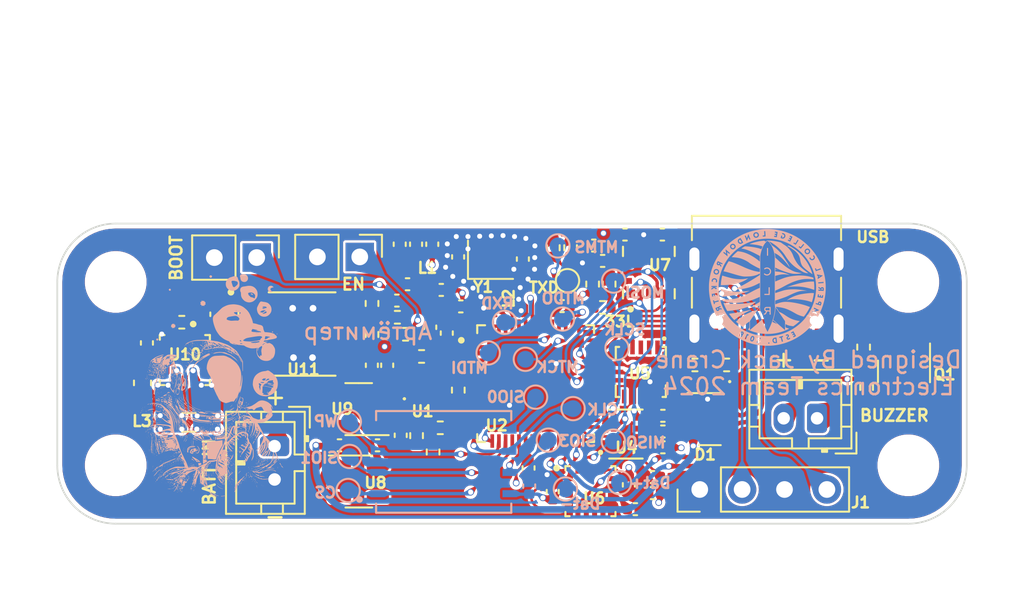
<source format=kicad_pcb>
(kicad_pcb (version 20240108) (generator "pcbnew") (generator_version "8.0")
  (layers (0 "F.Cu" signal) (1 "In1.Cu" signal) (2 "In2.Cu" signal) (31 "B.Cu" signal) (34 "B.Paste" user) (35 "F.Paste" user) (36 "B.SilkS" user "B.Silkscreen") (37 "F.SilkS" user "F.Silkscreen") (38 "B.Mask" user) (39 "F.Mask" user) (44 "Edge.Cuts" user))
  (net 0 "")
  (net 1 "GND")
  (net 2 "Net-(3V3LED1-A)")
  (net 3 "/BOOT")
  (net 4 "/CHIP_PU")
  (net 5 "+3V3")
  (net 7 "Net-(U2-XTAL_N)")
  (net 8 "Net-(C14-Pad1)")
  (net 9 "Net-(U6-CAP)")
  (net 10 "VBUS")
  (net 11 "/power/BBIN")
  (net 12 "/power/BIAS")
  (net 13 "/power/BBOUT")
  (net 14 "Net-(C6-Pad1)")
  (net 15 "/Data-")
  (net 16 "/Data+")
  (net 17 "Net-(U7-REGOUT)")
  (net 18 "Net-(J4-Pin_1)")
  (net 19 "Net-(J1-Pin_2)")
  (net 20 "Net-(J1-Pin_4)")
  (net 21 "Net-(J3-CC1)")
  (net 23 "Net-(J3-CC2)")
  (net 24 "/power/LX1")
  (net 25 "/power/LX2")
  (net 27 "Net-(U2-XTAL_P)")
  (net 28 "Net-(TXLED1-A)")
  (net 29 "/BattVolt")
  (net 30 "/power/SEL")
  (net 31 "/power/FBIn")
  (net 32 "/TXD")
  (net 33 "Net-(USBLED1-A)")
  (net 34 "/MOSI")
  (net 35 "/MISO")
  (net 48 "/RXD")
  (net 49 "Net-(U2-GPIO21)")
  (net 50 "Net-(U2-MTCK{slash}JTAG{slash}GPIO39)")
  (net 51 "/Accel")
  (net 53 "/IMU/Magnetometer")
  (net 74 "Net-(IC2-SI{slash}SIO0)")
  (net 75 "Net-(IC2-WP#{slash}SIO2)")
  (net 76 "Net-(IC2-SCLK)")
  (net 77 "Net-(IC2-SO{slash}SIO1)")
  (net 78 "Net-(IC2-CS#)")
  (net 79 "Net-(IC2-HOLD#{slash}SIO3)")
  (net 80 "Net-(U1-R)")
  (net 81 "Net-(U1-B)")
  (net 82 "Net-(U1-G)")
  (net 86 "Net-(U2-GPIO1{slash}ADC1_CH0)")
  (net 87 "Net-(U2-GPIO2{slash}ADC1_CH1)")
  (net 88 "Net-(U2-GPIO4{slash}ADC1_CH3)")
  (net 89 "/SCLK")
  (net 90 "Net-(U2-MTDO{slash}JTAG{slash}GPIO40)")
  (net 91 "/Buzzer")
  (net 92 "/Accel{slash}Gyro")
  (net 93 "Net-(J2-Pin_1)")
  (net 94 "Net-(U2-MTDI{slash}JTAG{slash}GPIO41)")
  (net 95 "Net-(U2-MTMS{slash}JTAG{slash}GPIO42)")
  (net 96 "Net-(U2-U0TXD{slash}PROG{slash}GPIO43)")
  (footprint "Resistor_SMD:R_0402_1005Metric" (layer "F.Cu") (at 113.76 86.45 -90)
    (property "Reference" "TXLED1" (hide yes))
    (property "Value" "TX_LED")
  )
  (footprint "Inductor_SMD:L_0805_2012Metric" (layer "F.Cu") (at 90.8875 96.925)
    (property "Reference" "L3")
    (property "Value" "1uH")
  )
  (footprint "Crystal:Crystal_SMD_2016-4Pin_2.0x1.6mm" (layer "F.Cu") (at 108.96 87.17)
    (property "Reference" "Y1")
    (property "Value" "40MHz±10ppm")
  )
  (footprint "Inductor_SMD:L_0402_1005Metric" (layer "F.Cu") (at 109.29 89.47 90)
    (property "Reference" "L2")
    (property "Value" "20nH")
  )
  (footprint "iclr:PQFN50P300X300X100-16N" (layer "F.Cu") (at 114.95 101.05)
    (property "Reference" "U6")
    (property "Value" "MMC5983MA")
  )
  (footprint "iclr:SOIC127P599X175-9N" (layer "F.Cu") (at 97.67 91.625)
    (property "Reference" "U11")
    (property "Value" "SC4215")
  )
  (footprint "Capacitor_SMD:C_0402_1005Metric" (layer "F.Cu") (at 106.01 88.98 180)
    (property "Reference" "C8" (hide yes))
    (property "Value" "10nF")
  )
  (footprint "iclr:USB_C_Receptacle_Palconn_UTC16-G" (layer "F.Cu") (at 125.5 89.375 180)
    (property "Reference" "J3" (hide yes))
    (property "Value" "USB_C_Receptacle_USB2.0")
  )
  (footprint "Capacitor_SMD:C_0402_1005Metric" (layer "F.Cu") (at 106.34 91.57 90)
    (property "Reference" "C2" (hide yes))
    (property "Value" "1uF")
  )
  (footprint "Capacitor_SMD:C_0402_1005Metric" (layer "F.Cu") (at 119.26 85.66)
    (property "Reference" "C24" (hide yes))
    (property "Value" "0.47uF")
  )
  (footprint "Capacitor_SMD:C_0402_1005Metric" (layer "F.Cu") (at 113.25 89.95 180)
    (property "Reference" "C11" (hide yes))
    (property "Value" "0.1uF")
  )
  (footprint "Capacitor_SMD:C_0402_1005Metric" (layer "F.Cu") (at 93.495 90.42 90)
    (property "Reference" "C32" (hide yes))
    (property "Value" "10uF")
  )
  (footprint "Connector_JST:JST_PH_B2B-PH-K_1x02_P2.00mm_Vertical" (layer "F.Cu") (at 128.53 96.68 180)
    (property "Reference" "J2" (hide yes))
    (property "Value" "Conn_01x02_Male")
  )
  (footprint "Capacitor_SMD:C_0402_1005Metric" (layer "F.Cu") (at 105.47 86.24 90)
    (property "Reference" "C1" (hide yes))
    (property "Value" "10uF")
  )
  (footprint "Connector_PinHeader_2.54mm:PinHeader_1x02_P2.54mm_Vertical" (layer "F.Cu") (at 101.125 87 -90)
    (property "Reference" "ENJUMPER1" (hide yes))
    (property "Value" "Conn_01x02_Male")
  )
  (footprint "TestPoint:TestPoint_Pad_D1.0mm" (layer "F.Cu") (at 113.575 88.425)
    (property "Reference" "TP1" (hide yes))
    (property "Value" "TestPoint")
  )
  (footprint "Connector_JST:JST_PH_B2B-PH-K_1x02_P2.00mm_Vertical" (layer "F.Cu") (at 96.02 98.35 -90)
    (property "Reference" "J4" (hide yes))
    (property "Value" "Conn_01x02_Male")
  )
  (footprint "Capacitor_SMD:C_0402_1005Metric" (layer "F.Cu") (at 103.58 97.7 -90)
    (property "Reference" "C25" (hide yes))
    (property "Value" "0.1uF")
  )
  (footprint "Capacitor_SMD:C_0402_1005Metric" (layer "F.Cu") (at 101.85 93.5 90)
    (property "Reference" "C34" (hide yes))
    (property "Value" "10uF")
  )
  (footprint "Resistor_SMD:R_0402_1005Metric" (layer "F.Cu") (at 104.83 92.97)
    (property "Reference" "R5" (hide yes))
    (property "Value" "309")
  )
  (footprint "Resistor_SMD:R_0402_1005Metric" (layer "F.Cu") (at 105.52 98.7 -90)
    (property "Reference" "R15" (hide yes))
    (property "Value" "36k")
  )
  (footprint "Capacitor_SMD:C_0402_1005Metric" (layer "F.Cu") (at 118.66 100.2 180)
    (property "Reference" "C16" (hide yes))
    (property "Value" "100nF")
  )
  (footprint "Package_TO_SOT_SMD:SOT-23" (layer "F.Cu") (at 133.74 93.8675 -90)
    (property "Reference" "Q1")
    (property "Value" "PMV20ENR")
  )
  (footprint "Capacitor_SMD:C_0402_1005Metric" (layer "F.Cu") (at 104.5 86.24 90)
    (property "Reference" "C4" (hide yes))
    (property "Value" "1uF")
  )
  (footprint "Capacitor_SMD:C_0402_1005Metric" (layer "F.Cu") (at 92.53 90.44 90)
    (property "Reference" "C33" (hide yes))
    (property "Value" "4.7uF")
  )
  (footprint "Capacitor_SMD:C_0603_1608Metric" (layer "F.Cu") (at 88.104377 94.555822 -90)
    (property "Reference" "C29" (hide yes))
    (property "Value" "10uF")
  )
  (footprint "iclr:XDCR_DPS310" (layer "F.Cu") (at 117.075 97.625 180)
    (property "Reference" "U4")
    (property "Value" "DPS368")
  )
  (footprint "Resistor_SMD:R_0402_1005Metric" (layer "F.Cu") (at 103.87 91.64)
    (property "Reference" "R1" (hide yes))
    (property "Value" "10K")
  )
  (footprint "Capacitor_SMD:C_0402_1005Metric" (layer "F.Cu") (at 117.64 102.13 180)
    (property "Reference" "C20" (hide yes))
    (property "Value" "10uF")
  )
  (footprint "Connector_PinHeader_2.54mm:PinHeader_1x04_P2.54mm_Vertical" (layer "F.Cu") (at 121.5 100.95 90)
    (property "Reference" "J1")
    (property "Value" "Conn_01x04_Male")
  )
  (footprint "MountingHole:MountingHole_3.2mm_M3_DIN965" (layer "F.Cu") (at 86.5 99.5)
    (property "Reference" "H4" (hide yes))
    (property "Value" "MountingHole_Pad")
  )
  (footprint "Package_TO_SOT_SMD:SOT-23-5" (layer "F.Cu") (at 101.07 100.47)
    (property "Reference" "U8")
    (property "Value" "XC8111")
  )
  (footprint "iclr:QFN300X300X100-16N" (layer "F.Cu") (at 117.97 93.9 -90)
    (property "Reference" "U5")
    (property "Value" "H3LIS331DLTR")
  )
  (footprint "Resistor_SMD:R_0402_1005Metric" (layer "F.Cu") (at 103.38 90.62)
    (property "Reference" "R3" (hide yes))
    (property "Value" "10K")
  )
  (footprint "Resistor_SMD:R_0402_1005Metric" (layer "F.Cu") (at 105.95 97.25)
    (property "Reference" "R7" (hide yes))
    (property "Value" "158")
  )
  (footprint "Package_TO_SOT_SMD:SOT-143" (layer "F.Cu") (at 122.11 96.73)
    (property "Reference" "D1")
    (property "Value" "SP0503BAHT")
  )
  (footprint "Resistor_SMD:R_0402_1005Metric" (layer "F.Cu") (at 131.5 94.83 -90)
    (property "Reference" "R10" (hide yes))
    (property "Value" "1k")
  )
  (footprint "Capacitor_SMD:C_0402_1005Metric" (layer "F.Cu") (at 115.68 87.24)
    (property "Reference" "C21" (hide yes))
    (property "Value" "10nF")
  )
  (footprint "Capacitor_SMD:C_0402_1005Metric" (layer "F.Cu") (at 119.29 98.42)
    (property "Reference" "C18" (hide yes))
    (property "Value" "100nF")
  )
  (footprint "Capacitor_SMD:C_0402_1005Metric" (layer "F.Cu") (at 102.77 93.5 90)
    (property "Reference" "C35" (hide yes))
    (property "Value" "0.1uF")
  )
  (footprint "Resistor_SMD:R_0402_1005Metric" (layer "F.Cu") (at 116.07 88.63 -90)
    (property "Reference" "3V3LED1" (hide yes))
    (property "Value" "3V3LED")
  )
  (footprint "Capacitor_SMD:C_0603_1608Metric" (layer "F.Cu") (at 93.175 94.367966 -90)
    (property "Reference" "C31" (hide yes))
    (property "Value" "22uF")
  )
  (footprint "Resistor_SMD:R_0402_1005Metric" (layer "F.Cu") (at 115.08 88.63 90)
    (property "Reference" "R2" (hide yes))
    (property "Value" "470")
  )
  (footprint "Resistor_SMD:R_0402_1005Metric" (layer "F.Cu") (at 101.86 89.792715 90)
    (property "Reference" "R19" (hide yes))
    (property "Value" "10k")
  )
  (footprint "Resistor_SMD:R_0402_1005Metric" (layer "F.Cu") (at 107.03 94.99 90)
    (property "Reference" "R6" (hide yes))
    (property "Value" "30")
  )
  (footprint "Package_TO_SOT_SMD:SOT-23-5" (layer "F.Cu") (at 101.06 96.13 180)
    (property "Reference" "U9")
    (property "Value" "XC8111")
  )
  (footprint "LED_SMD:LED_0402_1005Metric" (layer "F.Cu") (at 122.205 94.48 180)
    (property "Reference" "USBLED1" (hide yes))
    (property "Value" "USB_LED")
  )
  (footprint "Resistor_SMD:R_0402_1005Metric" (layer "F.Cu") (at 112.725 86.45 90)
    (property "Reference" "R9" (hide yes))
    (property "Value" "499")
  )
  (footprint "Capacitor_SMD:C_0402_1005Metric" (layer "F.Cu") (at 110.9 87.13 -90)
    (property "Reference" "C13" (hide yes))
    (property "Value" "C")
  )
  (footprint "Capacitor_SMD:C_0402_1005Metric" (layer "F.Cu") (at 105.35 91.22 90)
    (property "Reference" "C3" (hide yes))
    (property "Value" "0.1uF")
  )
  (footprint "Resistor_SMD:R_0402_1005Metric" (layer "F.Cu") (at 123.11 93.48)
    (property "Reference" "R13" (hide yes))
    (property "Value" "5.1k")
  )
  (footprint "Connector_PinHeader_2.54mm:PinHeader_1x02_P2.54mm_Vertical" (layer "F.Cu") (at 94.95 87.04 -90)
    (property "Reference" "BOOTJUMPER1" (hide yes))
    (property "Value" "Conn_01x02_Male")
  )
  (footprint "iclr:PQFN50P300X300X80-16N" (layer "F.Cu") (at 118.45 87.94 90)
    (property "Reference" "U7")
    (property "Value" "ICM-20608-G")
  )
  (footprint "Capacitor_SMD:C_0402_1005Metric" (layer "F.Cu") (at 117.25 100.67 90)
    (property "Reference" "C19" (hide yes))
    (property "Value" "1uF")
  )
  (footprint "Resistor_SMD:R_0402_1005Metric" (layer "F.Cu") (at 104.53 97.72 -90)
    (property "Reference" "R16" (hide yes))
    (property "Value" "24k")
  )
  (footprint "Capacitor_SMD:C_0402_1005Metric" (layer "F.Cu") (at 119.29 96.53)
    (property "Reference" "C17" (hide yes))
    (property "Value" "10uF")
  )
  (footprint "Capacitor_SMD:C_0402_1005Metric" (layer "F.Cu") (at 118.67 101.17)
    (property "Reference" "C15" (hide yes))
    (property "Value" "100nF")
  )
  (footprint "Inductor_SMD:L_0402_1005Metric" (layer "F.Cu") (at 103.98 87.66)
    (property "Reference" "L1")
    (property "Value" "2.0nH")
  )
  (footprint "Resistor_SMD:R_0402_1005Metric" (layer "F.Cu") (at 90.46 90.917966 180)
    (property "Reference" "R17" (hide yes))
    (property "Value" "14k")
  )
  (footprint "Capacitor_SMD:C_0402_1005Metric" (layer "F.Cu") (at 119.29 97.47)
    (property "Reference" "C39" (hide yes))
    (property "Value" "1uF")
  )
  (footprint "Capacitor_SMD:C_0402_1005Metric" (layer "F.Cu") (at 103.35 89.62)
    (property "Reference" "C10" (hide yes))
    (property "Value" "0.1uF")
  )
  (footprint "Resistor_SMD:R_0402_1005Metric" (layer "F.Cu") (at 131.32 92.41 90)
    (property "Reference" "R12" (hide yes))
    (property "Value" "5.1k")
  )
  (footprint "MountingHole:MountingHole_3.2mm_M3_DIN965" (layer "F.Cu") (at 134 99.5)
    (property "Reference" "H1" (hide yes))
    (property "Value" "MountingHole_Pad")
  )
  (footprint "iclr:CONV_MAX77827AEFD+T" (layer "F.Cu") (at 90.642926 93.187966 -90)
    (property "Reference" "U10")
    (property "Value" "MAX77827AEFD+T")
  )
  (footprint "Resistor_SMD:R_0402_1005Metric" (layer "F.Cu") (at 101.86 91.652715 90)
    (property "Reference" "R18" (hide yes))
    (property "Value" "56k")
  )
  (footprint "Capacitor_SMD:C_0402_1005Metric" (layer "F.Cu") (at 107.02 87 90)
    (property "Reference" "C14" (hide yes))
    (property "Value" "C")
  )
  (footprint "Capacitor_SMD:C_0402_1005Metric" (layer "F.Cu") (at 115.15 86.32 180)
    (property "Reference" "C22" (hide yes))
    (property "Value" "2.2uF")
  )
  (footprint "Resistor_SMD:R_0402_1005Metric" (layer "F.Cu") (at 121.21 93.48)
    (property "Reference" "R14" (hide yes))
    (property "Value" "5.1k")
  )
  (footprint "Capacitor_SMD:C_0402_1005Metric" (layer "F.Cu") (at 107.18 89.97 180)
    (property "Reference" "C7" (hide yes))
    (property "Value" "1uF")
  )
  (footprint "Capacitor_SMD:C_0402_1005Metric" (layer "F.Cu") (at 103.52 86.24 90)
    (property "Reference" "C5" (hide yes))
    (property "Value" "0.1uF")
  )
  (footprint "Capacitor_SMD:C_0402_1005Metric" (layer "F.Cu") (at 88.37 92.16 90)
    (property "Reference" "C30" (hide yes))
    (property "Value" "1uF")
  )
  (footprint "Capacitor_SMD:C_0402_1005Metric" (layer "F.Cu") (at 103.99 88.64 180)
    (property "Reference" "C6" (hide yes))
    (property "Value" "0.1uF")
  )
  (footprint "Capacitor_SMD:C_0402_1005Metric" (layer "F.Cu") (at 111.24 99.66 -90)
    (property "Reference" "C9" (hide yes))
    (property "Value" "0.1uF")
  )
  (footprint "iclr:150044M155220" (layer "F.Cu") (at 104.85 95.11)
    (property "Reference" "U1")
    (property "Value" "150044M155220" (hide yes))
  )
  (footprint "MountingHole:MountingHole_3.2mm_M3_DIN965" (layer "F.Cu") (at 134 88.5)
    (property "Reference" "H3" (hide yes))
    (property "Value" "MountingHole_Pad")
  )
  (footprint "Resistor_SMD:R_0402_1005Metric" (layer "F.Cu") (at 115.675 90.03 180)
    (property "Reference" "R4" (hide yes))
    (property "Value" "470")
  )
  (footprint "iclr:QFN40P700X700X90-57N" (layer "F.Cu") (at 111.665 94.6)
    (property "Reference" "U2")
    (property "Value" "ESP32-S3")
  )
  (footprint "MountingHole:MountingHole_3.2mm_M3_DIN965" (layer "F.Cu") (at 86.5 88.5)
    (property "Reference" "H2" (hide yes))
    (property "Value" "MountingHole_Pad")
  )
  (footprint "Capacitor_SMD:C_0402_1005Metric" (layer "F.Cu") (at 112.69 101.08 90)
    (property "Reference" "C12" (hide yes))
    (property "Value" "1uF")
  )
  (footprint "Capacitor_SMD:C_0402_1005Metric" (layer "F.Cu") (at 102.19 98.3)
    (property "Reference" "C27" (hide yes))
    (property "Value" "0.1uF")
  )
  (footprint "Capacitor_SMD:C_0402_1005Metric" (layer "F.Cu") (at 117.02 85.66)
    (property "Reference" "C23" (hide yes))
    (property "Value" "0.1uF")
  )
  (footprint "Capacitor_SMD:C_0402_1005Metric" (layer "F.Cu") (at 99.91 98.3)
    (property "Reference" "C26" (hide yes))
    (property "Value" "0.1uF")
  )
  (footprint "TestPoint:TestPoint_Pad_D1.0mm" (layer "B.Cu") (at 116.69 100.54 90)
    (property "Reference" "TP4" (hide yes))
    (property "Value" "TestPoint")
  )
  (footprint "LOGO" (layer "B.Cu") (at 92.428161 94.756862 180)
    (property "Reference" "G***" (hide yes))
    (property "Value" "LOGO" (hide yes))
  )
  (footprint "TestPoint:TestPoint_Pad_D1.0mm" (layer "B.Cu") (at 116.34 88.45 180)
    (property "Reference" "TP12" (hide yes))
    (property "Value" "TestPoint")
  )
  (footprint "TestPoint:TestPoint_Pad_D1.0mm" (layer "B.Cu") (at 113.45 100.92 90)
    (property "Reference" "TP3" (hide yes))
    (property "Value" "TestPoint")
  )
  (footprint "LOGO" (layer "B.Cu") (at 125.55 88.83 180)
    (property "Reference" "G***" (hide yes))
    (property "Value" "LOGO" (hide yes))
  )
  (footprint "TestPoint:TestPoint_Pad_D1.0mm" (layer "B.Cu") (at 100.5 96.88 180)
    (property "Reference" "TP13" (hide yes))
    (property "Value" "TestPoint")
  )
  (footprint "TestPoint:TestPoint_Pad_D1.0mm" (layer "B.Cu") (at 113 86.34 90)
    (property "Reference" "TP19" (hide yes))
    (property "Value" "TestPoint")
  )
  (footprint "TestPoint:TestPoint_Pad_D1.0mm" (layer "B.Cu") (at 111.05 93.14 90)
    (property "Reference" "TP16" (hide yes))
    (property "Value" "TestPoint")
  )
  (footprint "TestPoint:TestPoint_Pad_D1.0mm" (layer "B.Cu") (at 108.82 92.76 90)
    (property "Reference" "TP18" (hide yes))
    (property "Value" "TestPoint")
  )
  (footprint "TestPoint:TestPoint_Pad_D1.0mm" (layer "B.Cu") (at 111.66 95.41 180)
    (property "Reference" "TP7" (hide yes))
    (property "Value" "TestPoint")
  )
  (footprint "TestPoint:TestPoint_Pad_D1.0mm" (layer "B.Cu") (at 100.43 101.01 180)
    (property "Reference" "TP20" (hide yes))
    (property "Value" "TestPoint")
  )
  (footprint "Capacitor_SMD:C_0402_1005Metric" (layer "B.Cu") (at 111.28 100.75 -90)
    (property "Reference" "C40" (hide yes))
    (property "Value" "10uF")
  )
  (footprint "TestPoint:TestPoint_Pad_D1.0mm" (layer "B.Cu") (at 113.275 90.725 90)
    (property "Reference" "TP17" (hide yes))
    (property "Value" "TestPoint")
  )
  (footprint "iclr:SON127P600X800X65-8N" (layer "B.Cu") (at 106.155 99.295)
    (property "Reference" "IC2" (hide yes))
    (property "Value" "AS5F32G04SNDA-08LIN")
  )
  (footprint "TestPoint:TestPoint_Pad_D1.0mm" (layer "B.Cu") (at 116.32 98.05 180)
    (property "Reference" "TP10" (hide yes))
    (property "Value" "TestPoint")
  )
  (footprint "TestPoint:TestPoint_Pad_D1.0mm" (layer "B.Cu") (at 116.54 92.48 180)
    (property "Reference" "TP11" (hide yes))
    (property "Value" "TestPoint")
  )
  (footprint "TestPoint:TestPoint_Pad_D1.0mm" (layer "B.Cu") (at 100.52 98.97 180)
    (property "Reference" "TP15" (hide yes))
    (property "Value" "TestPoint")
  )
  (footprint "TestPoint:TestPoint_Pad_D1.0mm" (layer "B.Cu") (at 112.43 97.99 180)
    (property "Reference" "TP21" (hide yes))
    (property "Value" "TestPoint")
  )
  (footprint "TestPoint:TestPoint_Pad_D1.0mm" (layer "B.Cu") (at 113.91 96.1 180)
    (property "Reference" "TP14" (hide yes))
    (property "Value" "TestPoint")
  )
  (footprint "TestPoint:TestPoint_Pad_D1.0mm" (layer "B.Cu") (at 109.8 90.925 180)
    (property "Reference" "TP2" (hide yes))
    (property "Value" "TestPoint")
  )
  (gr_line (start 83 88.5) (end 83 99.5) (stroke (width 0.1)) (layer "Edge.Cuts"))
  (gr_line (start 86.5 103) (end 134 103) (stroke (width 0.1)) (layer "Edge.Cuts"))
  (gr_arc (start 134 85) (mid 136.474874 86.025126) (end 137.5 88.5) (stroke (width 0.1)) (layer "Edge.Cuts"))
  (gr_line (start 137.5 88.5) (end 137.5 99.5) (stroke (width 0.1)) (layer "Edge.Cuts"))
  (gr_arc (start 137.5 99.5) (mid 136.474874 101.974874) (end 134 103) (stroke (width 0.1)) (layer "Edge.Cuts"))
  (gr_arc (start 83 88.5) (mid 84.025126 86.025126) (end 86.5 85) (stroke (width 0.1)) (layer "Edge.Cuts"))
  (gr_arc (start 86.5 103) (mid 84.025126 101.974874) (end 83 99.5) (stroke (width 0.1)) (layer "Edge.Cuts"))
  (gr_line (start 134 85) (end 86.5 85) (stroke (width 0.1)) (layer "Edge.Cuts"))
  (gr_text "SCLK" (at 117.01 91.36 0) (layer "B.SilkS") (effects (font (size 0.65 0.65) (thickness 0.1524)) (justify mirror)))
  (gr_text "RXD" (at 110.44 90.17 0) (layer "B.SilkS") (effects (font (size 0.65 0.65) (thickness 0.1524) (bold yes)) (justify left bottom mirror)))
  (gr_text "CLK" (at 115.68 96.16 0) (layer "B.SilkS") (effects (font (size 0.65 0.65) (thickness 0.1524)) (justify mirror)))
  (gr_text "CS" (at 99.06 101.14 0) (layer "B.SilkS") (effects (font (size 0.65 0.65) (thickness 0.1524)) (justify mirror)))
  (gr_text "MTDI" (at 107.7 93.66 0) (layer "B.SilkS") (effects (font (size 0.65 0.65) (thickness 0.1524)) (justify mirror)))
  (gr_text "SIO0" (at 109.87 95.4 0) (layer "B.SilkS") (effects (font (size 0.65 0.65) (thickness 0.1524)) (justify mirror)))
  (gr_text "SIO1\n" (at 98.69 99.05 0) (layer "B.SilkS") (effects (font (size 0.65 0.65) (thickness 0.1524)) (justify mirror)))
  (gr_text "MTMS" (at 115.31 86.42 0) (layer "B.SilkS") (effects (font (size 0.65 0.65) (thickness 0.1524)) (justify mirror)))
  (gr_text "MISO" (at 118.26 98.14 0) (layer "B.SilkS") (effects (font (size 0.65 0.65) (thickness 0.1524)) (justify mirror)))
  (gr_text "MTCK\n" (at 112.98 93.61 0) (layer "B.SilkS") (effects (font (size 0.65 0.65) (thickness 0.1524)) (justify mirror)))
  (gr_text "Dat-\n\n" (at 115.64 103.23 0) (layer "B.SilkS") (effects (font (size 0.65 0.65) (thickness 0.1524) (bold yes)) (justify left bottom mirror)))
  (gr_text "SIO3" (at 114.17 98.04 0) (layer "B.SilkS") (effects (font (size 0.65 0.65) (thickness 0.1524)) (justify mirror)))
  (gr_text "WP" (at 99.08 96.86 0) (layer "B.SilkS") (effects (font (size 0.65 0.65) (thickness 0.1524)) (justify mirror)))
  (gr_text "MTDO" (at 113.32 89.49 0) (layer "B.SilkS") (effects (font (size 0.65 0.65) (thickness 0.1524)) (justify mirror)))
  (gr_text "Dat+\n" (at 119.85 100.94 0) (layer "B.SilkS") (effects (font (size 0.65 0.65) (thickness 0.1524) (bold yes)) (justify left bottom mirror)))
  (gr_text "MOSI" (at 118.2 89.15 0) (layer "B.SilkS") (effects (font (size 0.65 0.65) (thickness 0.1524)) (justify mirror)))
  (gr_text "Designed By Jack Crane\nElectronics Team 2024" (at 128.01 93.97 0) (layer "B.SilkS") (effects (font (size 1 1)) (justify mirror)))
  (gr_text "Артёмитер" (at 101.61 91.46 0) (layer "B.SilkS") (effects (font (size 1 1)) (justify mirror)))
  (gr_text "BATT IN" (at 92.52 101.99 90) (layer "F.SilkS") (effects (font (size 0.7 0.7) (thickness 0.1524) (bold yes)) (justify left bottom)))
  (gr_text "-\n" (at 128.06 93.72 0) (layer "F.SilkS") (effects (font (size 1 1)) (justify left bottom)))
  (gr_text "+" (at 95.36 95.97 0) (layer "F.SilkS") (effects (font (size 1 1)) (justify left bottom)))
  (gr_text "BUZZER" (at 131.01 96.92 0) (layer "F.SilkS") (effects (font (size 0.7 0.7) (thickness 0.1524) (bold yes)) (justify left bottom)))
  (gr_text "TXD\n\n" (at 111.18 90.27 0) (layer "F.SilkS") (effects (font (size 0.65 0.65) (thickness 0.1524) (bold yes)) (justify left bottom)))
  (gr_text "-" (at 95.33 103.13 0) (layer "F.SilkS") (effects (font (size 1 1)) (justify left bottom)))
  (gr_text "EN" (at 99.96 89.05 0) (layer "F.SilkS") (effects (font (size 0.7 0.7) (thickness 0.1524) (bold yes)) (justify left bottom)))
  (gr_text "33L\n\n" (at 115.72 92.31 0) (layer "F.SilkS") (effects (font (size 0.65 0.65) (thickness 0.1524) (bold yes)) (justify left bottom)))
  (gr_text "+\n" (at 125.81 93.71 0) (layer "F.SilkS") (effects (font (size 1 1)) (justify left bottom)))
  (gr_text "BOOT" (at 90.53 88.52 90) (layer "F.SilkS") (effects (font (size 0.7 0.7) (thickness 0.1524) (bold yes)) (justify left bottom)))
  (gr_text "USB" (at 130.8 86.19 0) (layer "F.SilkS") (effects (font (size 0.65 0.65) (thickness 0.1524) (bold yes)) (justify left bottom)))
  (segment (start 113.42 89.3) (end 112.77 89.95) (width 0.15) (layer "F.Cu") (net 1))
  (segment (start 118.689 93.73) (end 118.689 94.321) (width 0.15) (layer "F.Cu") (net 1))
  (segment (start 103.545 88.62) (end 103.54 88.625) (width 0.15) (layer "F.Cu") (net 1))
  (segment (start 115.467058 88.647942) (end 115.464117 88.645) (width 0.15) (layer "F.Cu") (net 1))
  (segment (start 93.171 95.608966) (end 93.188 95.591966) (width 1) (layer "F.Cu") (net 1))
  (segment (start 118.689 93.419) (end 118.38 93.11) (width 0.15) (layer "F.Cu") (net 1))
  (segment (start 115.464117 88.645) (end 114.380305 88.645) (width 0.15) (layer "F.Cu") (net 1))
  (segment (start 118.18 100.13) (end 118.2 100.11) (width 0.15) (layer "F.Cu") (net 1))
  (segment (start 118.875 93.4) (end 118.689 93.586) (width 0.15) (layer "F.Cu") (net 1))
  (segment (start 107.02 86.52) (end 107.61 86.52) (width 0.2) (layer "F.Cu") (net 1))
  (segment (start 90.640705 94.287356) (end 90.640705 95.419131) (width 0.36) (layer "F.Cu") (net 1))
  (segment (start 116.97 92.83) (end 117.22 93.08) (width 0.15) (layer "F.Cu") (net 1))
  (segment (start 90.642926 95.419741) (end 90.634701 95.427966) (width 0.25) (layer "F.Cu") (net 1))
  (segment (start 117.19 87.94) (end 117.593432 87.94) (width 0.25) (layer "F.Cu") (net 1))
  (segment (start 118.18 101.08) (end 118.18 101.3) (width 0.15) (layer "F.Cu") (net 1))
  (segment (start 114.380305 88.645) (end 113.725305 89.3) (width 0.15) (layer "F.Cu") (net 1))
  (segment (start 118.38 93.11) (end 118.67 93.4) (width 0.15) (layer "F.Cu") (net 1))
  (segment (start 116.97 92.43) (end 116.97 92.83) (width 0.15) (layer "F.Cu") (net 1))
  (segment (start 118.689 93.73) (end 118.689 93.419) (width 0.15) (layer "F.Cu") (net 1))
  (segment (start 88.052537 95.608966) (end 93.171 95.608966) (width 1) (layer "F.Cu") (net 1))
  (segment (start 118.689 93.586) (end 118.689 93.73) (width 0.15) (layer "F.Cu") (net 1))
  (segment (start 110.38 87.72) (end 110.79 87.72) (width 0.2) (layer "F.Cu") (net 1))
  (segment (start 113.725305 89.3) (end 113.42 89.3) (width 0.15) (layer "F.Cu") (net 1))
  (segment (start 107.61 86.52) (end 108.16 86.52) (width 0.2) (layer "F.Cu") (net 1))
  (segment (start 116.1 88.015) (end 115.467058 88.647942) (width 0.15) (layer "F.Cu") (net 1))
  (segment (start 117.22 93.08) (end 118.35 93.08) (width 0.15) (layer "F.Cu") (net 1))
  (segment (start 103.525 98.21) (end 103.54 98.225) (width 0.4) (layer "F.Cu") (net 1))
  (segment (start 118.35 93.08) (end 118.38 93.11) (width 0.15) (layer "F.Cu") (net 1))
  (segment (start 110.34 87.72) (end 110.36 87.74) (width 0.2) (layer "F.Cu") (net 1))
  (segment (start 118.689 94.321) (end 118.52 94.49) (width 0.15) (layer "F.Cu") (net 1))
  (segment (start 118.67 93.4) (end 119.44 93.4) (width 0.15) (layer "F.Cu") (net 1))
  (segment (start 109.66 87.72) (end 110.34 87.72) (width 0.2) (layer "F.Cu") (net 1))
  (segment (start 119.44 93.4) (end 118.875 93.4) (width 0.15) (layer "F.Cu") (net 1))
  (segment (start 110.36 87.74) (end 110.38 87.72) (width 0.2) (layer "F.Cu") (net 1))
  (via (at 110.36 87.74) (size 0.4) (drill 0.3) (layers "F.Cu" "B.Cu") (net 1))
  (via (at 108.55 90.07) (size 0.4) (drill 0.3) (layers "F.Cu" "B.Cu") (net 1))
  (via (at 112.9 93.4) (size 0.4) (drill 0.3) (layers "F.Cu" "B.Cu") (net 1))
  (via (at 89.26 91.627966) (size 0.6) (drill 0.3) (layers "F.Cu" "B.Cu") (net 1))
  (via (at 114.47 87.36) (size 0.4) (drill 0.3) (layers "F.Cu" "B.Cu") (net 1))
  (via (at 111.6 87.74) (size 0.4) (drill 0.3) (layers "F.Cu" "B.Cu") (net 1))
  (via (at 107.91 88.87) (size 0.4) (drill 0.3) (layers "F.Cu" "B.Cu") (net 1))
  (via (at 109.71 85.72) (size 0.4) (drill 0.3) (layers "F.Cu" "B.Cu") (net 1))
  (via (at 97.105 90.08) (size 0.8) (drill 0.4) (layers "F.Cu" "B.Cu") (net 1))
  (via (at 121.97 95.53) (size 0.4) (drill 0.3) (layers "F.Cu" "B.Cu") (net 1))
  (via (at 110.65 89.54) (size 0.4) (drill 0.3) (layers "F.Cu" "B.Cu") (net 1))
  (via (at 107.61 86.52) (size 0.4) (drill 0.3) (layers "F.Cu" "B.Cu") (net 1))
  (via (at 110.4 85.78) (size 0.4) (drill 0.3) (layers "F.Cu" "B.Cu") (net 1))
  (via (at 106.27 87.62) (size 0.4) (drill 0.3) (layers "F.Cu" "B.Cu") (net 1))
  (via (at 97.155 93.04) (size 0.8) (drill 0.4) (layers "F.Cu" "B.Cu") (net 1))
  (via (at 106.37 86.22) (size 0.4) (drill 0.3) (layers "F.Cu" "B.Cu") (net 1))
  (via (at 110.74 88.84) (size 0.4) (drill 0.3) (layers "F.Cu" "B.Cu") (net 1))
  (via (at 108.31 85.76) (size 0.4) (drill 0.3) (layers "F.Cu" "B.Cu") (net 1))
  (via (at 111.62 86.34) (size 0.4) (drill 0.3) (layers "F.Cu" "B.Cu") (net 1))
  (via (at 111.21 88.33) (size 0.4) (drill 0.3) (layers "F.Cu" "B.Cu") (net 1))
  (via (at 98.295 93.04) (size 0.8) (drill 0.4) (layers "F.Cu" "B.Cu") (net 1))
  (via (at 111.61 87.04) (size 0.4) (drill 0.3) (layers "F.Cu" "B.Cu") (net 1))
  (via (at 110.1 95.9) (size 0.4) (drill 0.3) (layers "F.Cu" "B.Cu") (net 1))
  (via (at 111.078307 85.890978) (size 0.4) (drill 0.3) (layers "F.Cu" "B.Cu") (net 1))
  (via (at 118.52 94.49) (size 0.4) (drill 0.3) (layers "F.Cu" "B.Cu") (net 1))
  (via (at 118.14 85.67) (size 0.4) (drill 0.3) (layers "F.Cu" "B.Cu") (net 1))
  (via (at 107.61 85.78) (size 0.4) (drill 0.3) (layers "F.Cu" "B.Cu") (net 1))
  (via (at 106.91 85.78) (size 0.4) (drill 0.3) (layers "F.Cu" "B.Cu") (net 1))
  (via (at 107.35 88.46) (size 0.4) (drill 0.3) (layers "F.Cu" "B.Cu") (net 1))
  (via (at 110.8 90.225) (size 0.4) (drill 0.3) (layers "F.Cu" "B.Cu") (net 1))
  (via (at 109.01 85.74) (size 0.4) (drill 0.3) (layers "F.Cu" "B.Cu") (net 1))
  (via (at 106.37 86.92) (size 0.4) (drill 0.3) (layers "F.Cu" "B.Cu") (net 1))
  (via (at 106.7 88.17) (size 0.4) (drill 0.3) (layers "F.Cu" "B.Cu") (net 1))
  (via (at 98.325 90.08) (size 0.8) (drill 0.4) (layers "F.Cu" "B.Cu") (net 1))
  (via (at 108.38 89.39) (size 0.4) (drill 0.3) (layers "F.Cu" "B.Cu") (net 1))
  (via (at 112.35 100.06) (size 0.4) (drill 0.3) (layers "F.Cu" "B.Cu") (net 1))
  (arc (start 117.593432 87.94) (mid 117.645694 87.929604) (end 117.69 87.9) (width 0.25) (layer "F.Cu") (net 1))
  (segment (start 116.1 89.915) (end 116.16 89.975) (width 0.15) (layer "F.Cu") (net 2))
  (segment (start 116.1 89.035) (end 116.1 89.915) (width 0.15) (layer "F.Cu") (net 2))
  (segment (start 102.45 88.65) (end 102.3 88.65) (width 0.15) (layer "F.Cu") (net 3))
  (segment (start 102.87 89.07) (end 102.775 88.975) (width 0.15) (layer "F.Cu") (net 3))
  (segment (start 107.197107 93.307107) (end 106.626446 92.736446) (width 0.15) (layer "F.Cu") (net 3))
  (segment (start 102.775 88.975) (end 102.45 88.65) (width 0.15) (layer "F.Cu") (net 3))
  (segment (start 103.87 90.62) (end 102.87 89.62) (width 0.15) (layer "F.Cu") (net 3))
  (segment (start 105.853553 92.443553) (end 105.826446 92.416446) (width 0.15) (layer "F.Cu") (net 3))
  (segment (start 103.855 90.655) (end 103.89 90.62) (width 0.15) (layer "F.Cu") (net 3))
  (segment (start 108.22 93.6) (end 107.904214 93.6) (width 0.15) (layer "F.Cu") (net 3))
  (segment (start 105.472893 92.27) (end 104.355 92.27) (width 0.15) (layer "F.Cu") (net 3))
  (segment (start 106.272893 92.59) (end 106.207107 92.59) (width 0.15) (layer "F.Cu") (net 3))
  (segment (start 102.87 89.62) (end 102.87 89.07) (width 0.15) (layer "F.Cu") (net 3))
  (segment (start 103.855 91.77) (end 103.855 90.655) (width 0.15) (layer "F.Cu") (net 3))
  (segment (start 103.89 90.62) (end 103.87 90.62) (width 0.15) (layer "F.Cu") (net 3))
  (via (at 102.3 88.65) (size 0.4) (drill 0.3) (layers "F.Cu" "B.Cu") (net 3))
  (arc (start 107.904214 93.6) (mid 107.52153 93.52388) (end 107.197107 93.307107) (width 0.15) (layer "F.Cu") (net 3))
  (arc (start 106.207107 92.59) (mid 106.015765 92.55194) (end 105.853553 92.443553) (width 0.15) (layer "F.Cu") (net 3))
  (arc (start 105.826446 92.416446) (mid 105.664234 92.30806) (end 105.472893 92.27) (width 0.15) (layer "F.Cu") (net 3))
  (arc (start 104.355 92.27) (mid 104.001447 92.123553) (end 103.855 91.77) (width 0.15) (layer "F.Cu") (net 3))
  (arc (start 106.626446 92.736446) (mid 106.464234 92.62806) (end 106.272893 92.59) (width 0.15) (layer "F.Cu") (net 3))
  (segment (start 96.432721 88.522721) (end 94.95 87.04) (width 0.15) (layer "B.Cu") (net 3))
  (segment (start 102.3 88.65) (end 96.74 88.65) (width 0.15) (layer "B.Cu") (net 3))
  (arc (start 96.74 88.65) (mid 96.573702 88.616921) (end 96.432721 88.522721) (width 0.15) (layer "B.Cu") (net 3))
  (segment (start 105.35 91.7) (end 104.44 91.7) (width 0.15) (layer "F.Cu") (net 4))
  (segment (start 104.38 91.02) (end 104.6 90.8) (width 0.15) (layer "F.Cu") (net 4))
  (segment (start 105.99 91.7) (end 105.35 91.7) (width 0.15) (layer "F.Cu") (net 4))
  (segment (start 107.387107 92.907107) (end 106.53 92.05) (width 0.15) (layer "F.Cu") (net 4))
  (segment (start 106.34 92.05) (end 105.99 91.7) (width 0.15) (layer "F.Cu") (net 4))
  (segment (start 106.53 92.05) (end 106.34 92.05) (width 0.15) (layer "F.Cu") (net 4))
  (segment (start 104.38 91.02) (end 104.38 91.64) (width 0.15) (layer "F.Cu") (net 4))
  (segment (start 104.44 91.7) (end 104.38 91.64) (width 0.15) (layer "F.Cu") (net 4))
  (segment (start 108.22 93.2) (end 108.094214 93.2) (width 0.15) (layer "F.Cu") (net 4))
  (via (at 104.6 90.8) (size 0.4) (drill 0.3) (layers "F.Cu" "B.Cu") (net 4))
  (arc (start 107.387107 92.907107) (mid 107.71153 93.12388) (end 108.094214 93.2) (width 0.15) (layer "F.Cu") (net 4))
  (segment (start 101.125 87) (end 101.45 87) (width 0.15) (layer "B.Cu") (net 4))
  (segment (start 101.45 87) (end 104.409081 89.959081) (width 0.15) (layer "B.Cu") (net 4))
  (segment (start 104.6 90.42) (end 104.6 90.8) (width 0.15) (layer "B.Cu") (net 4))
  (arc (start 104.409081 89.959081) (mid 104.550382 90.170552) (end 104.6 90.42) (width 0.15) (layer "B.Cu") (net 4))
  (segment (start 118.225 98.305) (end 117.93 98.6) (width 0.2) (layer "F.Cu") (net 5))
  (segment (start 115.7 99.775) (end 116.505 99.775) (width 0.15) (layer "F.Cu") (net 5))
  (segment (start 111.24 99.18) (end 111.065 99.005) (width 0.15) (layer "F.Cu") (net 5))
  (segment (start 108.51 91.15) (end 109.06 91.15) (width 0.2) (layer "F.Cu") (net 5))
  (segment (start 119.77 96.59) (end 119.77 95.07) (width 0.2) (layer "F.Cu") (net 5))
  (segment (start 117.8 98.86) (end 117.8 98.6) (width 0.15) (layer "F.Cu") (net 5))
  (segment (start 111.065 99.005) (end 111.065 98.71) (width 0.15) (layer "F.Cu") (net 5))
  (segment (start 119.495 92.455) (end 120.08 93.04) (width 0.15) (layer "F.Cu") (net 5))
  (segment (start 113.065 90.615) (end 113.065 91.155) (width 0.15) (layer "F.Cu") (net 5))
  (segment (start 118.225 97.525) (end 118.225 98.305) (width 0.2) (layer "F.Cu") (net 5))
  (segment (start 119.77 96.59) (end 119.77 97.83) (width 0.15) (layer "F.Cu") (net 5))
  (segment (start 104.5 86.72) (end 105.47 86.72) (width 0.2) (layer "F.Cu") (net 5))
  (segment (start 110.5 100.56) (end 110.5 100.06) (width 0.15) (layer "F.Cu") (net 5))
  (segment (start 119.38 94.065) (end 119.52 93.925) (width 0.2) (layer "F.Cu") (net 5))
  (segment (start 107.27 89.17) (end 107.08 88.98) (width 0.2) (layer "F.Cu") (net 5))
  (segment (start 119.38 94.285) (end 119.38 94.065) (width 0.2) (layer "F.Cu") (net 5))
  (segment (start 119.8 98.45) (end 119.77 98.42) (width 0.15) (layer "F.Cu") (net 5))
  (segment (start 120.39 98.45) (end 119.8 98.45) (width 0.15) (layer "F.Cu") (net 5))
  (segment (start 116.715 88.5325) (end 117.42 89.2375) (width 0.2) (layer "F.Cu") (net 5))
  (segment (start 107.66 89.97) (end 107.66 90.3) (width 0.2) (layer "F.Cu") (net 5))
  (segment (start 116.92 100.19) (end 117.25 100.19) (width 0.15) (layer "F.Cu") (net 5))
  (segment (start 103.690919 94.750919) (end 104.45 95.51) (width 0.15) (layer "F.Cu") (net 5))
  (segment (start 102.613814 92.380492) (end 102.619508 92.380492) (width 0.25) (layer "F.Cu") (net 5))
  (segment (start 130.34 94.32) (end 131.5 94.32) (width 0.25) (layer "F.Cu") (net 5))
  (segment (start 111.065 98.71) (end 111.065 98.045) (width 0.15) (layer "F.Cu") (net 5))
  (segment (start 113.120191 101.02981) (end 113.12 101.03) (width 0.15) (layer "F.Cu") (net 5))
  (segment (start 107.27 89.58) (end 107.66 89.97) (width 0.2) (layer "F.Cu") (net 5))
  (segment (start 120.08 93.04) (end 120.08 93.76) (width 0.15) (layer "F.Cu") (net 5))
  (segment (start 116.665 87.745) (end 116.665 88.4825) (width 0.2) (layer "F.Cu") (net 5))
  (segment (start 102.613814 90.806186) (end 102.84 90.58) (width 0.25) (layer "F.Cu") (net 5))
  (segment (start 117.25 99.63) (end 117.25 100.19) (width 0.15) (layer "F.Cu") (net 5))
  (segment (start 107.27 89.17) (end 107.27 89.58) (width 0.2) (layer "F.Cu") (net 5))
  (segment (start 109.06 91.15) (end 109.065 91.155) (width 0.2) (layer "F.Cu") (net 5))
  (segment (start 119.14 101.16) (end 119.15 101.17) (width 0.15) (layer "F.Cu") (net 5))
  (segment (start 116.665 88.4825) (end 116.715 88.5325) (width 0.2) (layer "F.Cu") (net 5))
  (segment (start 120.08 93.76) (end 119.94 93.9) (width 0.15) (layer "F.Cu") (net 5))
  (segment (start 103.5 94.004558) (end 103.5 94.29) (width 0.15) (layer "F.Cu") (net 5))
  (segment (start 117.42 89.2375) (end 117.42 89.2925) (width 0.2) (layer "F.Cu") (net 5))
  (segment (start 107.08 88.98) (end 106.49 88.98) (width 0.2) (layer "F.Cu") (net 5))
  (segment (start 114.44 89.24) (end 113.065 90.615) (width 0.15) (layer "F.Cu") (net 5))
  (segment (start 102.613814 92.380492) (end 102.613814 90.806186) (width 0.25) (layer "F.Cu") (net 5))
  (segment (start 117.8 97.3) (end 118 97.3) (width 0.2) (layer "F.Cu") (net 5))
  (segment (start 115.125 89.035) (end 115.125 89.96) (width 0.15) (layer "F.Cu") (net 5))
  (segment (start 109.465 91.155) (end 109.065 91.155) (width 0.2) (layer "F.Cu") (net 5))
  (segment (start 105.47 86.72) (end 105.47 87.48) (width 0.2) (layer "F.Cu") (net 5))
  (segment (start 111.065 99.0863) (end 111.065 98.71) (width 0.15) (layer "F.Cu") (net 5))
  (segment (start 112.7 101.45) (end 113.12 101.03) (width 0.15) (layer "F.Cu") (net 5))
  (segment (start 128.304213 94.905787) (end 126.53 96.68) (width 0.25) (layer "F.Cu") (net 5))
  (segment (start 116.715 88.5325) (end 117.16 88.5325) (width 0.2) (layer "F.Cu") (net 5))
  (segment (start 117.93 98.6) (end 117.8 98.6) (width 0.2) (layer "F.Cu") (net 5))
  (segment (start 119.77 97.83) (end 119.77 97.47) (width 0.15) (layer "F.Cu") (net 5))
  (segment (start 119.77 98.42) (end 119.77 97.83) (width 0.15) (layer "F.Cu") (net 5))
  (segment (start 115.125 89.96) (end 115.14 89.975) (width 0.15) (layer "F.Cu") (net 5))
  (segment (start 119.05 92.455) (end 119.495 92.455) (width 0.15) (layer "F.Cu") (net 5))
  (segment (start 102.619508 92.380492) (end 103.36 91.64) (width 0.25) (layer "F.Cu") (net 5))
  (segment (start 118 97.3) (end 118.225 97.525) (width 0.2) (layer "F.Cu") (net 5))
  (segment (start 116.505 99.775) (end 116.92 100.19) (width 0.15) (layer "F.Cu") (net 5))
  (segment (start 114.5 89.24) (end 114.44 89.24) (width 0.15) (layer "F.Cu") (net 5))
  (segment (start 119.94 93.9) (end 119.44 93.9) (width 0.15) (layer "F.Cu") (net 5))
  (segment (start 119.04 101.73) (end 119.15 101.62) (width 0.15) (layer "F.Cu") (net 5))
  (segment (start 119.52 94.425) (end 119.38 94.285) (width 0.2) (layer "F.Cu") (net 5))
  (segment (start 107.66 90.3) (end 108.51 91.15) (width 0.2) (layer "F.Cu") (net 5))
  (segment (start 119.52 94.82) (end 119.52 94.425) (width 0.2) (layer "F.Cu") (net 5))
  (segment (start 119.14 100.2) (end 119.14 101.16) (width 0.15) (layer "F.Cu") (net 5))
  (segment (start 119.15 101.62) (end 119.15 101.17) (width 0.15) (layer "F.Cu") (net 5))
  (segment (start 110.598995 99.821005) (end 110.875 99.545) (width 0.15) (layer "F.Cu") (net 5))
  (segment (start 114.741421 89.14) (end 115.08 89.14) (width 0.15) (layer "F.Cu") (net 5))
  (segment (start 103.52 86.72) (end 104.5 86.72) (width 0.2) (layer "F.Cu") (net 5))
  (segment (start 119.14 100.2) (end 117.8 98.86) (width 0.15) (layer "F.Cu") (net 5))
  (segment (start 103.52 86.72) (end 103.52 87.635) (width 0.2) (layer "F.Cu") (net 5))
  (segment (start 102.77 93.02) (end 103.32 93.57) (width 0.15) (layer "F.Cu") (net 5))
  (segment (start 112.1 101.45) (end 112.7 101.45) (width 0.2) (layer "F.Cu") (net 5))
  (segment (start 130.34 94.32) (end 129.718427 94.32) (width 0.25) (layer "F.Cu") (net 5))
  (segment (start 116.16 87.24) (end 116.665 87.745) (width 0.2) (layer "F.Cu") (net 5))
  (segment (start 119.77 95.07) (end 119.52 94.82) (width 0.2) (layer "F.Cu") (net 5))
  (via (at 115.73 85.58) (size 0.4) (drill 0.3) (layers "F.Cu" "B.Cu") (net 5))
  (via (at 110.5 100.56) (size 0.4) (drill 0.3) (layers "F.Cu" "B.Cu") (net 5))
  (via (at 102.613814 92.380492) (size 0.4) (drill 0.3) (layers "F.Cu" "B.Cu") (net 5))
  (via (at 105.47 87.48) (size 0.4) (drill 0.3) (layers "F.Cu" "B.Cu") (net 5))
  (via (at 114.5 89.24) (size 0.4) (drill 0.3) (layers "F.Cu" "B.Cu") (net 5))
  (via (at 112.1 101.45) (size 0.4) (drill 0.3) (layers "F.Cu" "B.Cu") (net 5))
  (via (at 119.04 101.73) (size 0.4) (drill 0.3) (layers "F.Cu" "B.Cu") (net 5))
  (via (at 120.39 98.45) (size 0.4) (drill 0.3) (layers "F.Cu" "B.Cu") (net 5))
  (via (at 130.34 94.32) (size 0.4) (drill 0.3) (layers "F.Cu" "B.Cu") (net 5))
  (via (at 117.25 99.63) (size 0.4) (drill 0.3) (layers "F.Cu" "B.Cu") (net 5))
  (via (at 107.27 89.17) (size 0.4) (drill 0.3) (layers "F.Cu" "B.Cu") (net 5))
  (arc (start 103.32 93.57) (mid 103.453219 93.769377) (end 103.5 94.004558) (width 0.15) (layer "F.Cu") (net 5))
  (arc (start 103.5 94.29) (mid 103.549618 94.539448) (end 103.690919 94.750919) (width 0.15) (layer "F.Cu") (net 5))
  (arc (start 110.875 99.545) (mid 111.015621 99.334547) (end 111.065 99.0863) (width 0.15) (layer "F.Cu") (net 5))
  (arc (start 129.718427 94.32) (mid 128.95306 94.472241) (end 128.304213 94.905787) (width 0.25) (layer "F.Cu") (net 5))
  (arc (start 110.5 100.06) (mid 110.525728 99.930657) (end 110.598995 99.821005) (width 0.15) (layer "F.Cu") (net 5))
  (arc (start 113.675 100.8) (mid 113.374739 100.859726) (end 113.120191 101.02981) (width 0.15) (layer "F.Cu") (net 5))
  (arc (start 114.5 89.24) (mid 114.610765 89.165989) (end 114.741421 89.14) (width 0.15) (layer "F.Cu") (net 5))
  (segment (start 110.1 101.2) (end 110.13 101.23) (width 0.15) (layer "B.Cu") (net 5))
  (segment (start 111.971924 101.321924) (end 112.1 101.45) (width 0.2) (layer "B.Cu") (net 5))
  (segment (start 110.13 101.23) (end 111.75 101.23) (width 0.2) (layer "B.Cu") (net 5))
  (arc (start 111.75 101.23) (mid 111.870104 101.25389) (end 111.971924 101.321924) (width 0.2) (layer "B.Cu") (net 5))
  (segment (start 109.378359 88.37) (end 109.16 88.37) (width 0.15) (layer "F.Cu") (net 7))
  (segment (start 109.86 89.662349) (end 109.86 88.788002) (width 0.15) (layer "F.Cu") (net 7))
  (segment (start 109.41 86.62) (end 109.66 86.62) (width 0.15) (layer "F.Cu") (net 7))
  (segment (start 110.265 91.155) (end 110.265 90.640105) (width 0.15) (layer "F.Cu") (net 7))
  (segment (start 109.165 86.865) (end 109.41 86.62) (width 0.15) (layer "F.Cu") (net 7))
  (segment (start 108.96 88.05787) (end 108.96 87.359913) (width 0.15) (layer "F.Cu") (net 7))
  (segment (start 109.778575 88.591425) (end 109.683575 88.496425) (width 0.15) (layer "F.Cu") (net 7))
  (segment (start 110.9 86.65) (end 109.69 86.65) (width 0.2) (layer "F.Cu") (net 7))
  (arc (start 110.265 90.640105) (mid 110.227312 90.450637) (end 110.119987 90.290013) (width 0.15) (layer "F.Cu") (net 7))
  (arc (start 109.16 88.37) (mid 109.113806 88.360811) (end 109.074644 88.334645) (width 0.15) (layer "F.Cu") (net 7))
  (arc (start 110.119987 90.290013) (mid 109.927568 90.002039) (end 109.86 89.662349) (width 0.15) (layer "F.Cu") (net 7))
  (arc (start 109.683575 88.496425) (mid 109.54354 88.402857) (end 109.378359 88.37) (width 0.15) (layer "F.Cu") (net 7))
  (arc (start 109.86 88.788002) (mid 109.838838 88.681615) (end 109.778575 88.591425) (width 0.15) (layer "F.Cu") (net 7))
  (arc (start 109.074644 88.334645) (mid 108.989795 88.207659) (end 108.96 88.05787) (width 0.15) (layer "F.Cu") (net 7))
  (arc (start 108.96 87.359913) (mid 109.013278 87.092068) (end 109.165 86.865) (width 0.15) (layer "F.Cu") (net 7))
  (segment (start 108.26 87.72) (end 107.26 87.72) (width 0.2) (layer "F.Cu") (net 8))
  (segment (start 108.925 88.985) (end 108.26 88.32) (width 0.2) (layer "F.Cu") (net 8))
  (segment (start 109.29 88.985) (end 108.925 88.985) (width 0.2) (layer "F.Cu") (net 8))
  (segment (start 107.26 87.72) (end 107.02 87.48) (width 0.2) (layer "F.Cu") (net 8))
  (segment (start 108.26 88.32) (end 108.26 87.72) (width 0.2) (layer "F.Cu") (net 8))
  (segment (start 116.47 101.3) (end 116.225 101.3) (width 0.2) (layer "F.Cu") (net 9))
  (segment (start 117.16 102.13) (end 117.16 101.99) (width 0.2) (layer "F.Cu") (net 9))
  (segment (start 117.16 101.99) (end 116.47 101.3) (width 0.2) (layer "F.Cu") (net 9))
  (segment (start 123.1 92) (end 123.097799 92.08989) (width 0.2) (layer "F.Cu") (net 10))
  (segment (start 99.923553 99.581145) (end 99.431053 99.088645) (width 0.4) (layer "F.Cu") (net 10))
  (segment (start 120.76 93.48) (end 120.596446 93.643554) (width 0.15) (layer "F.Cu") (net 10))
  (segment (start 99.431053 98.351145) (end 98.551145 98.351145) (width 0.4) (layer "F.Cu") (net 10))
  (segment (start 121.11 97.68) (end 120.4 96.97) (width 0.2) (layer "F.Cu") (net 10))
  (segment (start 120.76 93.48) (end 120.7 93.48) (width 0.2) (layer "F.Cu") (net 10))
  (segment (start 122.867699 92.567699) (end 122.781844 92.653554) (width 0.2) (layer "F.Cu") (net 10))
  (segment (start 98.911053 100.57) (end 98.911053 100.393437) (width 0.4) (layer "F.Cu") (net 10))
  (segment (start 120.76 93.3) (end 120.76 93.48) (width 0.2) (layer "F.Cu") (net 10))
  (segment (start 99.923553 101.481145) (end 99.503946 101.481145) (width 0.4) (layer "F.Cu") (net 10))
  (segment (start 126.936 90.136) (end 124.819478 90.136) (width 0.2) (layer "F.Cu") (net 10))
  (segment (start 99.328855 99.581145) (end 99.923553 99.581145) (width 0.4) (layer "F.Cu") (net 10))
  (segment (start 120.4 93.89962) (end 120.7 93.59962) (width 0.2) (layer "F.Cu") (net 10))
  (segment (start 98.551145 98.351145) (end 98.5 98.3) (width 0.4) (layer "F.Cu") (net 10))
  (segment (start 99.409908 98.3) (end 99.431053 98.321145) (width 0.2) (layer "F.Cu") (net 10))
  (segment (start 99.19 99.72) (end 99.328855 99.581145) (width 0.4) (layer "F.Cu") (net 10))
  (segment (start 120.4 96.97) (end 120.4 93.89962) (width 0.2) (layer "F.Cu") (net 10))
  (segment (start 127.9 91.885) (end 127.736 91.721) (width 0.2) (layer "F.Cu") (net 10))
  (segment (start 122.428291 92.8) (end 121.26 92.8) (width 0.2) (layer "F.Cu") (net 10))
  (segment (start 123.097799 92.08989) (end 123.057794 92.265164) (width 0.2) (layer "F.Cu") (net 10))
  (segment (start 123.900239 90.516761) (end 123.480761 90.936239) (width 0.2) (layer "F.Cu") (net 10))
  (segment (start 99.503946 101.481145) (end 99.13609 101.113289) (width 0.4) (layer "F.Cu") (net 10))
  (segment (start 123.057794 92.265164) (end 122.97979 92.427141) (width 0.2) (layer "F.Cu") (net 10))
  (segment (start 99.431053 99.088645) (end 99.431053 98.351145) (width 0.4) (layer "F.Cu") (net 10))
  (segment (start 120.7 93.59962) (end 120.7 93.48) (width 0.2) (layer "F.Cu") (net 10))
  (segment (start 123.1 91.885) (end 123.1 92) (width 0.2) (layer "F.Cu") (net 10))
  (segment (start 123.1 91.855478) (end 123.1 91.885) (width 0.2) (layer "F.Cu") (net 10))
  (segment (start 122.97979 92.427141) (end 122.867699 92.567699) (width 0.2) (layer "F.Cu") (net 10))
  (segment (start 121.11 98.34) (end 121.11 97.68) (width 0.4) (layer "F.Cu") (net 10))
  (segment (start 127.736 91.721) (end 127.736 90.936) (width 0.2) (layer "F.Cu") (net 10))
  (via (at 98.5 98.3) (size 0.4) (drill 0.3) (layers "F.Cu" "B.Cu") (net 10))
  (via (at 121.11 98.34) (size 0.4) (drill 0.3) (layers "F.Cu" "B.Cu") (net 10))
  (arc (start 122.428291 92.8) (mid 122.619632 92.76194) (end 122.781844 92.653554) (width 0.2) (layer "F.Cu") (net 10))
  (arc (start 124.819478 90.136) (mid 124.32199 90.234957) (end 123.900239 90.516761) (width 0.2) (layer "F.Cu") (net 10))
  (arc (start 99.13609 101.113289) (mid 98.969538 100.864026) (end 98.911053 100.57) (width 0.4) (layer "F.Cu") (net 10))
  (arc (start 98.911053 100.393437) (mid 98.983549 100.028976) (end 99.19 99.72) (width 0.4) (layer "F.Cu") (net 10))
  (arc (start 121.26 92.8) (mid 120.906447 92.946447) (end 120.76 93.3) (width 0.2) (layer "F.Cu") (net 10))
  (arc (start 126.936 90.136) (mid 127.501685 90.370315) (end 127.736 90.936) (width 0.2) (layer "F.Cu") (net 10))
  (arc (start 123.1 91.855478) (mid 123.198957 91.35799) (end 123.480761 90.936239) (width 0.2) (layer "F.Cu") (net 10))
  (segment (start 117.706483 101.803518) (end 118.22 101.29) (width 0.4) (layer "B.Cu") (net 10))
  (segment (start 120.642093 99.402093) (end 120.817126 99.227059) (width 0.4) (layer "B.Cu") (net 10))
  (segment (start 99.265148 101.427229) (end 99.463187 101.625269) (width 0.4) (layer "B.Cu") (net 10))
  (segment (start 100.73 102.15) (end 116.87 102.15) (width 0.4) (layer "B.Cu") (net 10))
  (segment (start 119.906851 100.137334) (end 120.642093 99.402093) (width 0.4) (layer "B.Cu") (net 10))
  (segment (start 98.5 98.3) (end 98.5 99.58) (width 0.4) (layer "B.Cu") (net 10))
  (segment (start 121.11 98.52) (end 121.11 98.34) (width 0.4) (layer "B.Cu") (net 10))
  (segment (start 118.22 101.29) (end 118.99494 100.515061) (width 0.4) (layer "B.Cu") (net 10))
  (arc (start 99.463187 101.625269) (mid 100.044406 102.013627) (end 100.73 102.15) (width 0.4) (layer "B.Cu") (net 10))
  (arc (start 120.817126 99.227059) (mid 121.033885 98.902658) (end 121.11 98.52) (width 0.4) (layer "B.Cu") (net 10))
  (arc (start 98.5 99.58) (mid 98.698855 100.579713) (end 99.265148 101.427229) (width 0.4) (layer "B.Cu") (net 10))
  (arc (start 118.99494 100.515061) (mid 119.222075 100.363294) (end 119.49 100.31) (width 0.4) (layer "B.Cu") (net 10))
  (arc (start 119.49 100.31) (mid 119.715598 100.265126) (end 119.906851 100.137334) (width 0.4) (layer "B.Cu") (net 10))
  (arc (start 116.87 102.15) (mid 117.322701 102.059952) (end 117.706483 101.803518) (width 0.4) (layer "B.Cu") (net 10))
  (segment (start 101.706053 98.36) (end 101.711053 98.355) (width 0.4) (layer "F.Cu") (net 11))
  (segment (start 87.5876 94.2976) (end 88.104377 93.780822) (width 0.4) (layer "F.Cu") (net 11))
  (segment (start 90.142926 91.887966) (end 90.142926 92.955339) (width 0.2) (layer "F.Cu") (net 11))
  (segment (start 102.030614 98.774561) (end 101.908027 98.651973) (width 0.4) (layer "F.Cu") (net 11))
  (segment (start 97.385441 99.094559) (end 97.27799 99.20201) (width 0.4) (layer "F.Cu") (net 11))
  (segment (start 102.198553 99.18) (end 102.198553 99.581145) (width 0.4) (layer "F.Cu") (net 11))
  (segment (start 87.12483 95.75) (end 87.12483 95.414825) (width 0.4) (layer "F.Cu") (net 11))
  (segment (start 100.799191 97.443138) (end 100.873027 97.516973) (width 0.4) (layer "F.Cu") (net 11))
  (segment (start 96.8 99.4) (end 90.913972 99.4) (width 0.4) (layer "F.Cu") (net 11))
  (segment (start 98.330588 97.419412) (end 98.09 97.66) (width 0.4) (layer "F.Cu") (net 11))
  (segment (start 101.711053 98.355) (end 101.711053 98.455) (width 0.4) (layer "F.Cu") (net 11))
  (segment (start 90.013138 99.026862) (end 87.399579 96.413303) (width 0.4) (layer "F.Cu") (net 11))
  (segment (start 98.09 97.66) (end 97.90163 97.848371) (width 0.4) (layer "F.Cu") (net 11))
  (segment (start 99.9225 97.08) (end 99.15 97.08) (width 0.4) (layer "F.Cu") (net 11))
  (segment (start 90.03 93.227966) (end 89.982132 93.275834) (width 0.2) (layer "F.Cu") (net 11))
  (segment (start 101.711053 98.355) (end 100.873027 97.516973) (width 0.4) (layer "F.Cu") (net 11))
  (segment (start 101.711053 98.455) (end 101.908027 98.651973) (width 0.4) (layer "F.Cu") (net 11))
  (arc (start 97.90163 97.848371) (mid 97.707995 98.138165) (end 97.64 98.48) (width 0.4) (layer "F.Cu") (net 11))
  (arc (start 87.12483 95.414825) (mid 87.2451 94.810187) (end 87.5876 94.2976) (width 0.4) (layer "F.Cu") (net 11))
  (arc (start 89.982132 93.275834) (mid 89.747163 93.432835) (end 89.47 93.487966) (width 0.2) (layer "F.Cu") (net 11))
  (arc (start 99.9225 97.08) (mid 100.396962 97.174376) (end 100.799191 97.443138) (width 0.4) (layer "F.Cu") (net 11))
  (arc (start 97.27799 99.20201) (mid 97.058686 99.348544) (end 96.8 99.4) (width 0.4) (layer "F.Cu") (net 11))
  (arc (start 87.399579 96.413303) (mid 87.196235 96.108977) (end 87.12483 95.75) (width 0.4) (layer "F.Cu") (net 11))
  (arc (start 102.198553 99.18) (mid 102.154907 98.960578) (end 102.030614 98.774561) (width 0.4) (layer "F.Cu") (net 11))
  (arc (start 97.64 98.48) (mid 97.573842 98.812597) (end 97.385441 99.094559) (width 0.4) (layer "F.Cu") (net 11))
  (arc (start 90.142926 92.955339) (mid 90.113577 93.102884) (end 90.03 93.227966) (width 0.2) (layer "F.Cu") (net 11))
  (arc (start 90.913972 99.4) (mid 90.426444 99.303024) (end 90.013138 99.026862) (width 0.4) (layer "F.Cu") (net 11))
  (arc (start 99.15 97.08) (mid 98.706537 97.168211) (end 98.330588 97.419412) (width 0.4) (layer "F.Cu") (net 11))
  (segment (start 89.424808 92.946084) (end 89.01 92.946084) (width 0.31) (layer "F.Cu") (net 12))
  (segment (start 88.405379 92.64) (end 88.37 92.64) (width 0.31) (layer "F.Cu") (net 12))
  (segment (start 88.546035 92.816036) (end 88.37 92.64) (width 0.31) (layer "F.Cu") (net 12))
  (segment (start 89.01 92.946084) (end 88.86 92.946084) (width 0.31) (layer "F.Cu") (net 12))
  (arc (start 88.86 92.946084) (mid 88.690084 92.912286) (end 88.546035 92.816036) (width 0.31) (layer "F.Cu") (net 12))
  (segment (start 93.464976 91.805026) (end 93.344004 91.925998) (width 1.1) (layer "F.Cu") (net 13))
  (segment (start 93.138979 92.420972) (end 93.138979 93.592966) (width 1.1) (layer "F.Cu") (net 13))
  (segment (start 93.138977 93.592966) (end 93.167966 93.592966) (width 0.6) (layer "F.Cu") (net 13))
  (segment (start 95.140002 91.6) (end 93.959951 91.6) (width 1.1) (layer "F.Cu") (net 13))
  (arc (start 93.344004 91.925998) (mid 93.192264 92.153094) (end 93.138979 92.420972) (width 1.1) (layer "F.Cu") (net 13))
  (arc (start 93.464976 91.805026) (mid 93.692072 91.653285) (end 93.959951 91.6) (width 1.1) (layer "F.Cu") (net 13))
  (segment (start 107.253553 90.893553) (end 107.046446 90.686446) (width 0.15) (layer "F.Cu") (net 14))
  (segment (start 105.973553 90.393553) (end 104.465 88.885) (width 0.15) (layer "F.Cu") (net 14))
  (segment (start 108.22 92.8) (end 108.22 92.4) (width 0.15) (layer "F.Cu") (net 14))
  (segment (start 104.465 88.885) (end 104.465 87.66) (width 0.15) (layer "F.Cu") (net 14))
  (segment (start 107.4 91.9) (end 107.4 91.247107) (width 0.15) (layer "F.Cu") (net 14))
  (segment (start 108.22 92.4) (end 107.9 92.4) (width 0.15) (layer "F.Cu") (net 14))
  (segment (start 106.692893 90.54) (end 106.327107 90.54) (width 0.15) (layer "F.Cu") (net 14))
  (arc (start 106.327107 90.54) (mid 106.135765 90.50194) (end 105.973553 90.393553) (width 0.15) (layer "F.Cu") (net 14))
  (arc (start 107.4 91.247107) (mid 107.36194 91.055765) (end 107.253553 90.893553) (width 0.15) (layer "F.Cu") (net 14))
  (arc (start 107.046446 90.686446) (mid 106.884234 90.57806) (end 106.692893 90.54) (width 0.15) (layer "F.Cu") (net 14))
  (arc (start 107.9 92.4) (mid 107.546447 92.253553) (end 107.4 91.9) (width 0.15) (layer "F.Cu") (net 14))
  (segment (start 122.023726 98.906274) (end 121.7 99.23) (width 0.261112) (layer "F.Cu") (net 15))
  (segment (start 123.11 97.646952) (end 123.634939 97.122013) (width 0.261112) (layer "F.Cu") (net 15))
  (segment (start 126.25 91.885) (end 126.25 92.77) (width 0.261112) (layer "F.Cu") (net 15))
  (segment (start 112.828618 98.978618) (end 112.713618 99.093618) (width 0.2) (layer "F.Cu") (net 15))
  (segment (start 120.927452 99.55) (end 119.64 99.55) (width 0.261112) (layer "F.Cu") (net 15))
  (segment (start 123.11 97.68) (end 122.74 97.68) (width 0.261112) (layer "F.Cu") (net 15))
  (segment (start 125.85 93.4) (end 125.65 93.6) (width 0.261112) (layer "F.Cu") (net 15))
  (segment (start 124.610325 96.717995) (end 125.001523 96.326797) (width 0.261112) (layer "F.Cu") (net 15))
  (segment (start 112.630949 99.176286) (end 112.713618 99.093618) (width 0.2) (layer "F.Cu") (net 15))
  (segment (start 125.232156 94.05) (end 125.232156 91.902844) (width 0.261112) (layer "F.Cu") (net 15))
  (segment (start 122.272156 98.202279) (end 122.272156 98.306511) (width 0.261112) (layer "F.Cu") (net 15))
  (segment (start 125.232156 95.77) (end 125.232156 94.65) (width 0.261112) (layer "F.Cu") (net 15))
  (segment (start 125.232156 94.608764) (end 125.232156 94.65) (width 0.261112) (layer "F.Cu") (net 15))
  (segment (start 123.16 97.68) (end 123.11 97.68) (width 0.261112) (layer "F.Cu") (net 15))
  (segment (start 126.087365 93.162634) (end 125.85 93.4) (width 0.261112) (layer "F.Cu") (net 15))
  (segment (start 125.232156 94.65) (end 125.232156 94.05) (width 0.261112) (layer "F.Cu") (net 15))
  (segment (start 123.11 97.82) (end 123.11 97.68) (width 0.261112) (layer "F.Cu") (net 15))
  (segment (start 113.065 98.407942) (end 113.065 98.045) (width 0.2) (layer "F.Cu") (net 15))
  (segment (start 125.232156 91.902844) (end 125.25 91.885) (width 0.261112) (layer "F.Cu") (net 15))
  (segment (start 123.11 97.68) (end 123.11 97.646952) (width 0.261112) (layer "F.Cu") (net 15))
  (via (at 119.64 99.55) (size 0.4) (drill 0.3) (layers "F.Cu" "B.Cu") (net 15))
  (via (at 112.53 99.42) (size 0.4) (drill 0.3) (layers "F.Cu" "B.Cu") (net 15))
  (arc (start 124.13 96.916952) (mid 124.38995 96.865245) (end 124.610325 96.717995) (width 0.261112) (layer "F.Cu") (net 15))
  (arc (start 125.65 93.6) (mid 125.34075 94.062824) (end 125.232156 94.608764) (width 0.261112) (layer "F.Cu") (net 15))
  (arc (start 123.634939 97.122013) (mid 123.862075 96.970246) (end 124.13 96.916952) (width 0.261112) (layer "F.Cu") (net 15))
  (arc (start 112.53 99.42) (mid 112.556236 99.288103) (end 112.630949 99.176286) (width 0.2) (layer "F.Cu") (net 15))
  (arc (start 122.436402 97.805755) (mid 122.314842 97.987682) (end 122.272156 98.202279) (width 0.261112) (layer "F.Cu") (net 15))
  (arc (start 122.74 97.68) (mid 122.575694 97.712683) (end 122.436402 97.805755) (width 0.261112) (layer "F.Cu") (net 15))
  (arc (start 126.25 92.77) (mid 126.207733 92.982492) (end 126.087365 93.162634) (width 0.261112) (layer "F.Cu") (net 15))
  (arc (start 125.001523 96.326797) (mid 125.172216 96.071336) (end 125.232156 95.77) (width 0.261112) (layer "F.Cu") (net 15))
  (arc (start 112.828618 98.978618) (mid 113.003567 98.71679) (end 113.065 98.407942) (width 0.2) (layer "F.Cu") (net 15))
  (arc (start 122.272156 98.306511) (mid 122.207591 98.6311) (end 122.023726 98.906274) (width 0.261112) (layer "F.Cu") (net 15))
  (arc (start 121.7 99.23) (mid 121.345552 99.466835) (end 120.927452 99.55) (width 0.261112) (layer "F.Cu") (net 15))
  (segment (start 112.53 99.42) (end 114.195 101.085) (width 0.261112) (layer "B.Cu") (net 15))
  (segment (start 114.195 101.085) (end 114.195912 101.106791) (width 0.261112) (layer "B.Cu") (net 15))
  (segment (start 117.425 101.335) (end 118.905944 99.854056) (width 0.261112) (layer "B.Cu") (net 15))
  (segment (start 115.217628 101.53) (end 116.954229 101.53) (width 0.261112) (layer "B.Cu") (net 15))
  (arc (start 114.195912 101.106791) (mid 114.664679 101.420011) (end 115.217628 101.53) (width 0.261112) (layer "B.Cu") (net 15))
  (arc (start 116.954229 101.53) (mid 117.209008 101.479321) (end 117.425 101.335) (width 0.261112) (layer "B.Cu") (net 15))
  (arc (start 118.905944 99.854056) (mid 119.242732 99.629022) (end 119.64 99.55) (width 0.261112) (layer "B.Cu") (net 15))
  (segment (start 125.122413 90.87) (end 125.41 90.87) (width 0.261112) (layer "F.Cu") (net 16))
  (segment (start 120.848536 99.010556) (end 118.969444 99.010556) (width 0.261112) (layer "F.Cu") (net 16))
  (segment (start 113.465 98.045) (end 113.465 98.94) (width 0.2) (layer "F.Cu") (net 16))
  (segment (start 124.766021 95.771368) (end 124.767844 95.71) (width 0.261112) (layer "F.Cu") (net 16))
  (segment (start 121.643685 98.626315) (end 121.55 98.72) (width 0.261112) (layer "F.Cu") (net 16))
  (segment (start 125.75 91.20435) (end 125.75 91.885) (width 0.261112) (layer "F.Cu") (net 16))
  (segment (start 122.968327 95.78) (end 122.260052 96.488275) (width 0.261112) (layer "F.Cu") (net 16))
  (segment (start 125.648995 90.968995) (end 125.655 90.975) (width 0.261112) (layer "F.Cu") (net 16))
  (segment (start 121.807844 97.58) (end 121.807844 98.23) (width 0.261112) (layer "F.Cu") (net 16))
  (segment (start 124.297248 96.374431) (end 124.47584 96.19584) (width 0.261112) (layer "F.Cu") (net 16))
  (segment (start 118.969444 99.010556) (end 118.81 99.17) (width 0.261112) (layer "F.Cu") (net 16))
  (segment (start 124.75 91.885) (end 124.75 91.185844) (width 0.261112) (layer "F.Cu") (net 16))
  (segment (start 113.383683 99.136318) (end 113.2 99.32) (width 0.2) (layer "F.Cu") (net 16))
  (segment (start 124.767844 95.71) (end 124.767844 91.902844) (width 0.261112) (layer "F.Cu") (net 16))
  (segment (start 123.11 95.78) (end 123.733903 96.403903) (width 0.261112) (layer "F.Cu") (net 16))
  (segment (start 123.11 95.78) (end 122.968327 95.78) (width 0.261112) (layer "F.Cu") (net 16))
  (segment (start 124.47584 96.19584) (end 124.671063 96.000617) (width 0.261112) (layer "F.Cu") (net 16))
  (segment (start 124.767844 91.902844) (end 124.75 91.885) (width 0.261112) (layer "F.Cu") (net 16))
  (via (at 118.81 99.17) (size 0.4) (drill 0.3) (layers "F.Cu" "B.Cu") (net 16))
  (via (at 113.2 99.32) (size 0.4) (drill 0.3) (layers "F.Cu" "B.Cu") (net 16))
  (arc (start 124.75 91.185844) (mid 124.770997 91.080283) (end 124.830793 90.990793) (width 0.261112) (layer "F.Cu") (net 16))
  (arc (start 122.260052 96.488275) (mid 121.925369 96.989162) (end 121.807844 97.58) (width 0.261112) (layer "F.Cu") (net 16))
  (arc (start 121.807844 98.23) (mid 121.76518 98.444484) (end 121.643685 98.626315) (width 0.261112) (layer "F.Cu") (net 16))
  (arc (start 123.98 96.50584) (mid 124.151694 96.471688) (end 124.297248 96.374431) (width 0.261112) (layer "F.Cu") (net 16))
  (arc (start 125.655 90.975) (mid 125.72531 91.080227) (end 125.75 91.20435) (width 0.261112) (layer "F.Cu") (net 16))
  (arc (start 113.465 98.94) (mid 113.443866 99.046246) (end 113.383683 99.136318) (width 0.2) (layer "F.Cu") (net 16))
  (arc (start 124.830793 90.990793) (mid 124.964589 90.901393) (end 125.122413 90.87) (width 0.261112) (layer "F.Cu") (net 16))
  (arc (start 125.41 90.87) (mid 125.539343 90.895728) (end 125.648995 90.968995) (width 0.261112) (layer "F.Cu") (net 16))
  (arc (start 123.733903 96.403903) (mid 123.846813 96.479347) (end 123.98 96.50584) (width 0.261112) (layer "F.Cu") (net 16))
  (arc (start 124.671063 96.000617) (mid 124.741342 95.895437) (end 124.766021 95.771368) (width 0.261112) (layer "F.Cu") (net 16))
  (arc (start 121.55 98.72) (mid 121.228166 98.935043) (end 120.848536 99.010556) (width 0.261112) (layer "F.Cu") (net 16))
  (segment (start 118.81 99.17) (end 117.589325 100.390675) (width 0.261112) (layer "B.Cu") (net 16))
  (segment (start 114.07 100.19) (end 113.2 99.32) (width 0.261112) (layer "B.Cu") (net 16))
  (segment (start 114.412097 100.532096) (end 114.07 100.19) (width 0.261112) (layer "B.Cu") (net 16))
  (segment (start 116.07 101.02) (end 115.59 101.02) (width 0.261112) (layer "B.Cu") (net 16))
  (arc (start 115.59 101.02) (mid 114.952523 100.893198) (end 114.412097 100.532096) (width 0.261112) (layer "B.Cu") (net 16))
  (arc (start 117.589325 100.390675) (mid 116.892253 100.856444) (end 116.07 101.02) (width 0.261112) (layer "B.Cu") (net 16))
  (segment (start 117.065 86.195) (end 116.84 86.42) (width 0.15) (layer "F.Cu") (net 17))
  (segment (start 119.74 85.66) (end 119.205 86.195) (width 0.15) (layer "F.Cu") (net 17))
  (segment (start 116.84 87.2125) (end 117.16 87.5325) (width 0.15) (layer "F.Cu") (net 17))
  (segment (start 119.205 86.195) (end 117.065 86.195) (width 0.15) (layer "F.Cu") (net 17))
  (segment (start 116.84 86.42) (end 116.84 87.2125) (width 0.15) (layer "F.Cu") (net 17))
  (segment (start 100.816446 95.933554) (end 101.51 95.24) (width 0.4) (layer "F.Cu") (net 18))
  (segment (start 101.766446 97.14) (end 102.186053 97.14) (width 0.4) (layer "F.Cu") (net 18))
  (segment (start 100.816446 96.19) (end 101.766446 97.14) (width 0.4) (layer "F.Cu") (net 18))
  (segment (start 104.46 97.14) (end 104.53 97.21) (width 0.4) (layer "F.Cu") (net 18))
  (segment (start 100.816446 96.19) (end 98.19 96.19) (width 0.4) (layer "F.Cu") (net 18))
  (segment (start 101.51 95.24) (end 102.186053 95.24) (width 0.4) (layer "F.Cu") (net 18))
  (segment (start 100.816446 96.19) (end 100.816446 95.933554) (width 0.4) (layer "F.Cu") (net 18))
  (segment (start 102.186053 97.14) (end 104.46 97.14) (width 0.4) (layer "F.Cu") (net 18))
  (arc (start 98.19 96.19) (mid 96.662653 96.822648) (end 96.030005 98.35) (width 0.4) (layer "F.Cu") (net 18))
  (segment (start 117.09 90.85) (end 115.54 92.4) (width 0.15) (layer "F.Cu") (net 19))
  (segment (start 121.215736 89.2) (end 119.565736 90.85) (width 0.15) (layer "F.Cu") (net 19))
  (segment (start 115.54 92.4) (end 115.11 92.4) (width 0.15) (layer "F.Cu") (net 19))
  (segment (start 122.81 89.2) (end 121.215736 89.2) (width 0.15) (layer "F.Cu") (net 19))
  (segment (start 119.565736 90.85) (end 117.09 90.85) (width 0.15) (layer "F.Cu") (net 19))
  (via (at 122.81 89.2) (size 0.4) (drill 0.3) (layers "F.Cu" "B.Cu") (net 19))
  (segment (start 122.81 89.2) (end 123.615 90.005) (width 0.15) (layer "B.Cu") (net 19))
  (segment (start 124.04 91.03104) (end 124.04 100.95) (width 0.15) (layer "B.Cu") (net 19))
  (arc (start 123.615 90.005) (mid 123.929546 90.475751) (end 124.04 91.03104) (width 0.15) (layer "B.Cu") (net 19))
  (segment (start 115.515736 92) (end 116.965736 90.55) (width 0.15) (layer "F.Cu") (net 20))
  (segment (start 116.965736 90.55) (end 119.441472 90.55) (width 0.15) (layer "F.Cu") (net 20))
  (segment (start 119.441472 90.55) (end 121.015736 88.975736) (width 0.15) (layer "F.Cu") (net 20))
  (segment (start 115.11 92) (end 115.515736 92) (width 0.15) (layer "F.Cu") (net 20))
  (segment (start 121.630723 88.721) (end 123.157856 88.721) (width 0.15) (layer "F.Cu") (net 20))
  (via (at 123.59 88.9) (size 0.4) (drill 0.3) (layers "F.Cu" "B.Cu") (net 20))
  (arc (start 123.157856 88.721) (mid 123.39173 88.767521) (end 123.59 88.9) (width 0.15) (layer "F.Cu") (net 20))
  (arc (start 121.015736 88.975736) (mid 121.297894 88.787204) (end 121.630723 88.721) (width 0.15) (layer "F.Cu") (net 20))
  (segment (start 127.68 99.51) (end 129.12 100.95) (width 0.15) (layer "B.Cu") (net 20))
  (segment (start 125.19 91.291959) (end 125.19 97.41) (width 0.15) (layer "B.Cu") (net 20))
  (segment (start 123.59 88.9) (end 124.63 89.94) (width 0.15) (layer "B.Cu") (net 20))
  (segment (start 127.195771 99.025772) (end 127.68 99.51) (width 0.15) (layer "B.Cu") (net 20))
  (segment (start 126.43 98.75) (end 126.53 98.75) (width 0.15) (layer "B.Cu") (net 20))
  (segment (start 125.486985 98.126985) (end 125.883725 98.523725) (width 0.15) (layer "B.Cu") (net 20))
  (arc (start 124.63 89.94) (mid 125.044461 90.560284) (end 125.19 91.291959) (width 0.15) (layer "B.Cu") (net 20))
  (arc (start 125.883725 98.523725) (mid 126.134358 98.691193) (end 126.43 98.75) (width 0.15) (layer "B.Cu") (net 20))
  (arc (start 125.19 97.41) (mid 125.267184 97.79803) (end 125.486985 98.126985) (width 0.15) (layer "B.Cu") (net 20))
  (arc (start 126.53 98.75) (mid 126.890313 98.821671) (end 127.195771 99.025772) (width 0.15) (layer "B.Cu") (net 20))
  (segment (start 131.32 92.92) (end 127.25 92.92) (width 0.15) (layer "F.Cu") (net 21))
  (segment (start 126.75 92.42) (end 126.75 91.885) (width 0.15) (layer "F.Cu") (net 21))
  (arc (start 126.75 92.42) (mid 126.896447 92.773553) (end 127.25 92.92) (width 0.15) (layer "F.Cu") (net 21))
  (segment (start 123.6 93.48) (end 123.75 93.33) (width 0.25) (layer "F.Cu") (net 23))
  (segment (start 123.75 93.33) (end 123.75 91.885) (width 0.25) (layer "F.Cu") (net 23))
  (via (at 89.1675 96.517039) (size 0.4) (drill 0.3) (layers "F.Cu" "B.Cu") (net 24))
  (via (at 89.64 94.697966) (size 0.4) (drill 0.3) (layers "F.Cu" "B.Cu") (net 24))
  (via (at 89.03 94.687966) (size 0.4) (drill 0.3) (layers "F.Cu" "B.Cu") (net 24))
  (via (at 90.4575 97.327039) (size 0.4) (drill 0.3) (layers "F.Cu" "B.Cu") (net 24))
  (via (at 89.1675 97.327039) (size 0.4) (drill 0.3) (layers "F.Cu" "B.Cu") (net 24))
  (via (at 90.4575 96.517039) (size 0.4) (drill 0.3) (layers "F.Cu" "B.Cu") (net 24))
  (via (at 90.15 93.817966) (size 0.4) (drill 0.3) (layers "F.Cu" "B.Cu") (net 24))
  (via (at 91.3775 96.537039) (size 0.4) (drill 0.3) (layers "F.Cu" "B.Cu") (net 25))
  (via (at 91.3575 97.327039) (size 0.4) (drill 0.3) (layers "F.Cu" "B.Cu") (net 25))
  (via (at 92.25 94.699966) (size 0.4) (drill 0.3) (layers "F.Cu" "B.Cu") (net 25))
  (via (at 92.5975 97.327039) (size 0.4) (drill 0.3) (layers "F.Cu" "B.Cu") (net 25))
  (via (at 92.6075 96.527039) (size 0.4) (drill 0.3) (layers "F.Cu" "B.Cu") (net 25))
  (via (at 91.63 94.697966) (size 0.4) (drill 0.3) (layers "F.Cu" "B.Cu") (net 25))
  (via (at 91.14 93.827966) (size 0.4) (drill 0.3) (layers "F.Cu" "B.Cu") (net 25))
  (segment (start 109.865 91.155) (end 109.865 90.53) (width 0.2) (layer "F.Cu") (net 27))
  (segment (start 109.865 90.53) (end 109.29 89.955) (width 0.2) (layer "F.Cu") (net 27))
  (segment (start 113.725 86.935) (end 113.725 87.3) (width 0.15) (layer "F.Cu") (net 28))
  (segment (start 113.813388 87.513389) (end 113.88 87.58) (width 0.15) (layer "F.Cu") (net 28))
  (segment (start 114.41 88.015) (end 115.125 88.015) (width 0.15) (layer "F.Cu") (net 28))
  (segment (start 113.88 87.58) (end 114.247824 87.947824) (width 0.15) (layer "F.Cu") (net 28))
  (arc (start 114.247824 87.947824) (mid 114.322231 87.997541) (end 114.41 88.015) (width 0.15) (layer "F.Cu") (net 28))
  (arc (start 113.725 87.3) (mid 113.747971 87.415485) (end 113.813388 87.513389) (width 0.15) (layer "F.Cu") (net 28))
  (segment (start 108.22 96.8) (end 107.829705 96.8) (width 0.25) (layer "F.Cu") (net 29))
  (segment (start 107.54 96.92) (end 107.349203 97.110797) (width 0.25) (layer "F.Cu") (net 29))
  (segment (start 107.13 97.78) (end 107.13 97.64) (width 0.25) (layer "F.Cu") (net 29))
  (segment (start 104.56 98.225) (end 106.499523 98.225) (width 0.25) (layer "F.Cu") (net 29))
  (arc (start 106.499523 98.225) (mid 106.790986 98.167024) (end 107.038076 98.001924) (width 0.25) (layer "F.Cu") (net 29))
  (arc (start 107.038076 98.001924) (mid 107.10611 97.900104) (end 107.13 97.78) (width 0.25) (layer "F.Cu") (net 29))
  (arc (start 107.829705 96.8) (mid 107.672918 96.831187) (end 107.54 96.92) (width 0.25) (layer "F.Cu") (net 29))
  (arc (start 107.349203 97.110797) (mid 107.186969 97.353597) (end 107.13 97.64) (width 0.25) (layer "F.Cu") (net 29))
  (segment (start 91.142926 91.887966) (end 91.142926 91.335446) (width 0.2) (layer "F.Cu") (net 30))
  (arc (start 91.142926 91.335446) (mid 91.097984 91.109507) (end 90.97 90.917966) (width 0.2) (layer "F.Cu") (net 30))
  (segment (start 101.86 91.142715) (end 101.86 90.302715) (width 0.4) (layer "F.Cu") (net 31))
  (segment (start 101.707285 90.99) (end 101.86 91.142715) (width 0.4) (layer "F.Cu") (net 31))
  (segment (start 100.14 90.99) (end 101.707285 90.99) (width 0.4) (layer "F.Cu") (net 31))
  (segment (start 113.575 87.81) (end 112.725 86.96) (width 0.15) (layer "F.Cu") (net 32))
  (segment (start 112.725 86.96) (end 113.725 85.96) (width 0.15) (layer "F.Cu") (net 32))
  (segment (start 113.575 88.425) (end 113.575 87.81) (width 0.15) (layer "F.Cu") (net 32))
  (segment (start 121.72 93.48) (end 121.72 94.48) (width 0.15) (layer "F.Cu") (net 33))
  (segment (start 116.828077 93.4) (end 116.5 93.4) (width 0.15) (layer "F.Cu") (net 34))
  (segment (start 114.359099 99.390901) (end 114.638076 99.111924) (width 0.15) (layer "F.Cu") (net 34))
  (segment (start 114.2 93.6) (end 115.11 93.6) (width 0.15) (layer "F.Cu") (net 34))
  (segment (start 116.43 97.3) (end 116.35 97.3) (width 0.2) (layer "F.Cu") (net 34))
  (segment (start 118.38 88.75) (end 118.274351 88.644351) (width 0.15) (layer "F.Cu") (net 34))
  (segment (start 117.505 93.565) (end 117.226421 93.565) (width 0.15) (layer "F.Cu") (net 34))
  (segment (start 118.45 89.2) (end 118.45 88.918994) (width 0.15) (layer "F.Cu") (net 34))
  (segment (start 114.86 99.02) (end 115.15 99.02) (width 0.15) (layer "F.Cu") (net 34))
  (segment (start 117.02 96.71) (end 116.43 97.3) (width 0.2) (layer "F.Cu") (net 34))
  (via (at 115.15 99.02) (size 0.4) (drill 0.3) (layers "F.Cu" "B.Cu") (net 34))
  (via (at 117.02 96.71) (size 0.4) (drill 0.3) (layers "F.Cu" "B.Cu") (net 34))
  (via (at 117.505 93.565) (size 0.4) (drill 0.3) (layers "F.Cu" "B.Cu") (net 34))
  (via (at 114.2 93.6) (size 0.4) (drill 0.3) (layers "F.Cu" "B.Cu") (net 34))
  (via (at 117.95 88.51) (size 0.4) (drill 0.3) (layers "F.Cu" "B.Cu") (net 34))
  (arc (start 117.226421 93.565) (mid 117.095765 93.539011) (end 116.985 93.465) (width 0.15) (layer "F.Cu") (net 34))
  (arc (start 118.45 88.918994) (mid 118.431808 88.827535) (end 118.38 88.75) (width 0.15) (layer "F.Cu") (net 34))
  (arc (start 114.2 99.775) (mid 114.241348 99.567127) (end 114.359099 99.390901) (width 0.15) (layer "F.Cu") (net 34))
  (arc (start 116.985 93.465) (mid 116.913003 93.416893) (end 116.828077 93.4) (width 0.15) (layer "F.Cu") (net 34))
  (arc (start 118.274351 88.644351) (mid 118.125538 88.544917) (end 117.95 88.51) (width 0.15) (layer "F.Cu") (net 34))
  (arc (start 114.638076 99.111924) (mid 114.739895 99.04389) (end 114.86 99.02) (width 0.15) (layer "F.Cu") (net 34))
  (segment (start 114.417132 91.867132) (end 117.649999 88.634265) (width 0.15) (layer "B.Cu") (net 34))
  (segment (start 113.816334 92.98) (end 113.816334 92.77) (width 0.15) (layer "B.Cu") (net 34))
  (segment (start 116.62 97.55) (end 115.15 99.02) (width 0.15) (layer "B.Cu") (net 34))
  (segment (start 117.02 96.71) (end 117.02 96.96) (width 0.15) (layer "B.Cu") (net 34))
  (segment (start 117.95 88.51) (end 118.097868 88.51) (width 0.15) (layer "B.Cu") (net 34))
  (segment (start 116.88565 97.284351) (end 116.62 97.55) (width 0.15) (layer "B.Cu") (net 34))
  (segment (start 117.246274 93.823726) (end 117.505 93.565) (width 0.15) (layer "B.Cu") (net 34))
  (segment (start 113.983447 93.383448) (end 114.2 93.6) (width 0.15) (layer "B.Cu") (net 34))
  (segment (start 118.413726 92.656274) (end 117.505 93.565) (width 0.15) (layer "B.Cu") (net 34))
  (segment (start 118.64 89.094558) (end 118.64 92.11) (width 0.15) (layer "B.Cu") (net 34))
  (segment (start 117.02 96.71) (end 117.02 94.37) (width 0.15) (layer "B.Cu") (net 34))
  (segment (start 114.02993 92.254335) (end 114.417132 91.867132) (width 0.15) (layer "B.Cu") (net 34))
  (arc (start 117.649999 88.634265) (mid 117.78764 88.542296) (end 117.95 88.51) (width 0.15) (layer "B.Cu") (net 34))
  (arc (start 118.64 92.11) (mid 118.581193 92.405641) (end 118.413726 92.656274) (width 0.15) (layer "B.Cu") (net 34))
  (arc (start 117.02 96.96) (mid 116.985083 97.135537) (end 116.88565 97.284351) (width 0.15) (layer "B.Cu") (net 34))
  (arc (start 113.816334 92.77) (mid 113.871846 92.490924) (end 114.02993 92.254335) (width 0.15) (layer "B.Cu") (net 34))
  (arc (start 118.46 88.66) (mid 118.593219 88.859377) (end 118.64 89.094558) (width 0.15) (layer "B.Cu") (net 34))
  (arc (start 117.02 94.37) (mid 117.078807 94.074359) (end 117.246274 93.823726) (width 0.15) (layer "B.Cu") (net 34))
  (arc (start 118.097868 88.51) (mid 118.293852 88.548984) (end 118.46 88.66) (width 0.15) (layer "B.Cu") (net 34))
  (arc (start 113.816334 92.98) (mid 113.859765 93.198344) (end 113.983447 93.383448) (width 0.15) (layer "B.Cu") (net 34))
  (segment (start 114.680668 94) (end 115.11 94) (width 0.15) (layer "F.Cu") (net 35))
  (segment (start 118.851005 88.341005) (end 118.39 87.88) (width 0.2) (layer "F.Cu") (net 35))
  (segment (start 114.14 94.49) (end 114.594172 94.035828) (width 0.15) (layer "F.Cu") (net 35))
  (segment (start 114.485 101.555) (end 115.57 100.47) (width 0.2) (layer "F.Cu") (net 35))
  (segment (start 114.2 102.325) (end 114.2 102.24305) (width 0.2) (layer "F.Cu") (net 35))
  (segment (start 117.99071 94.019289) (end 118.21 93.8) (width 0.15) (layer "F.Cu") (net 35))
  (segment (start 117.8 96.47) (end 117.8 96.65) (width 0.2) (layer "F.Cu") (net 35))
  (segment (start 116.5 93.9) (end 116.766153 93.9) (width 0.15) (layer "F.Cu") (net 35))
  (segment (start 118.95 89.17) (end 118.95 88.58) (width 0.2) (layer "F.Cu") (net 35))
  (segment (start 117.224852 94.09) (end 117.82 94.09) (width 0.15) (layer "F.Cu") (net 35))
  (segment (start 117.57 96.24) (end 117.8 96.47) (width 0.2) (layer "F.Cu") (net 35))
  (via (at 118.39 87.88) (size 0.4) (drill 0.3) (layers "F.Cu" "B.Cu") (net 35))
  (via (at 114.14 94.49) (size 0.4) (drill 0.3) (layers "F.Cu" "B.Cu") (net 35))
  (via (at 115.57 100.47) (size 0.4) (drill 0.3) (layers "F.Cu" "B.Cu") (net 35))
  (via (at 117.57 96.24) (size 0.4) (drill 0.3) (layers "F.Cu" "B.Cu") (net 35))
  (via (at 118.21 93.8) (size 0.4) (drill 0.3) (layers "F.Cu" "B.Cu") (net 35))
  (arc (start 118.95 88.58) (mid 118.924272 88.450657) (end 118.851005 88.341005) (width 0.2) (layer "F.Cu") (net 35))
  (arc (start 114.2 102.24305) (mid 114.274069 101.87068) (end 114.485 101.555) (width 0.2) (layer "F.Cu") (net 35))
  (arc (start 116.766153 93.9) (mid 116.936005 93.933786) (end 117.08 94.03) (width 0.15) (layer "F.Cu") (net 35))
  (arc (start 117.82 94.09) (mid 117.912388 94.071623) (end 117.99071 94.019289) (width 0.15) (layer "F.Cu") (net 35))
  (arc (start 117.08 94.03) (mid 117.146459 94.074406) (end 117.224852 94.09) (width 0.15) (layer "F.Cu") (net 35))
  (arc (start 114.594172 94.035828) (mid 114.633856 94.009311) (end 114.680668 94) (width 0.15) (layer "F.Cu") (net 35))
  (segment (start 114.14 94.49) (end 113.865 94.215) (width 0.15) (layer "B.Cu") (net 35))
  (segment (start 113.479 93.283114) (end 113.479 92.81) (width 0.15) (layer "B.Cu") (net 35))
  (segment (start 117.916482 94.093517) (end 117.955 94.055) (width 0.15) (layer "B.Cu") (net 35))
  (segment (start 117.57 96.24) (end 117.57 98.05) (width 0.15) (layer "B.Cu") (net 35))
  (segment (start 119.22 88.590918) (end 119.22 92.061681) (width 0.15) (layer "B.Cu") (net 35))
  (segment (start 118.39 87.88) (end 118.417158 87.88) (width 0.15) (layer "B.Cu") (net 35))
  (segment (start 116.32 89.09) (end 116.32 88.92) (width 0.15) (layer "B.Cu") (net 35))
  (segment (start 117.273015 98.766985) (end 115.57 100.47) (width 0.15) (layer "B.Cu") (net 35))
  (segment (start 113.782349 92.077651) (end 116.001802 89.858198) (width 0.15) (layer "B.Cu") (net 35))
  (segment (start 118.705 93.305) (end 118.21 93.8) (width 0.15) (layer "B.Cu") (net 35))
  (segment (start 116.32 88.92) (end 117.04 88.2) (width 0.15) (layer "B.Cu") (net 35))
  (segment (start 117.812548 87.88) (end 118.39 87.88) (width 0.15) (layer "B.Cu") (net 35))
  (segment (start 117.57 96.24) (end 117.57 94.93) (width 0.15) (layer "B.Cu") (net 35))
  (segment (start 117.955 94.055) (end 118.21 93.8) (width 0.15) (layer "B.Cu") (net 35))
  (segment (start 118.9 88.08) (end 119.085 88.265) (width 0.15) (layer "B.Cu") (net 35))
  (arc (start 113.865 94.215) (mid 113.579318 93.787447) (end 113.479 93.283114) (width 0.15) (layer "B.Cu") (net 35))
  (arc (start 119.22 92.061681) (mid 119.086156 92.73456) (end 118.705 93.305) (width 0.15) (layer "B.Cu") (net 35))
  (arc (start 118.417158 87.88) (mid 118.67847 87.931979) (end 118.9 88.08) (width 0.15) (layer "B.Cu") (net 35))
  (arc (start 117.57 94.93) (mid 117.660048 94.477299) (end 117.916482 94.093517) (width 0.15) (layer "B.Cu") (net 35))
  (arc (start 119.085 88.265) (mid 119.184914 88.414532) (end 119.22 88.590918) (width 0.15) (layer "B.Cu") (net 35))
  (arc (start 117.04 88.2) (mid 117.394448 87.963165) (end 117.812548 87.88) (width 0.15) (layer "B.Cu") (net 35))
  (arc (start 116.001802 89.858198) (mid 116.237303 89.505746) (end 116.32 89.09) (width 0.15) (layer "B.Cu") (net 35))
  (arc (start 113.479 92.81) (mid 113.557838 92.413656) (end 113.782349 92.077651) (width 0.15) (layer "B.Cu") (net 35))
  (arc (start 117.57 98.05) (mid 117.492816 98.43803) (end 117.273015 98.766985) (width 0.15) (layer "B.Cu") (net 35))
  (segment (start 111.465 89.59) (end 111.465 91.155) (width 0.2) (layer "F.Cu") (net 48))
  (segment (start 111.35 89.475) (end 111.465 89.59) (width 0.2) (layer "F.Cu") (net 48))
  (via (at 111.35 89.475) (size 0.4) (drill 0.3) (layers "F.Cu" "B.Cu") (net 48))
  (segment (start 110.627336 90.925) (end 109.8 90.925) (width 0.2) (layer "B.Cu") (net 48))
  (segment (start 111.35 90.387764) (end 110.943882 90.793882) (width 0.2) (layer "B.Cu") (net 48))
  (segment (start 111.35 89.475) (end 111.35 90.387764) (width 0.2) (layer "B.Cu") (net 48))
  (arc (start 110.943882 90.793882) (mid 110.798649 90.890924) (end 110.627336 90.925) (width 0.2) (layer "B.Cu") (net 48))
  (segment (start 114.406597 97.415) (end 114.15 97.415) (width 0.15) (layer "F.Cu") (net 49))
  (segment (start 114.006037 97.474632) (end 113.990334 97.490334) (width 0.15) (layer "F.Cu") (net 49))
  (segment (start 113.865 97.792917) (end 113.865 98.045) (width 0.15) (layer "F.Cu") (net 49))
  (segment (start 114.596554 97.520044) (end 114.544443 97.472098) (width 0.15) (layer "F.Cu") (net 49))
  (segment (start 115.915442 97.77) (end 115.2 97.77) (width 0.15) (layer "F.Cu") (net 49))
  (arc (start 116.35 97.95) (mid 116.150623 97.816781) (end 115.915442 97.77) (width 0.15) (layer "F.Cu") (net 49))
  (arc (start 114.544443 97.472098) (mid 114.481198 97.42984) (end 114.406597 97.415) (width 0.15) (layer "F.Cu") (net 49))
  (arc (start 115.2 97.77) (mid 114.873417 97.705038) (end 114.596554 97.520044) (width 0.15) (layer "F.Cu") (net 49))
  (arc (start 113.990334 97.490334) (mid 113.897573 97.629161) (end 113.865 97.792917) (width 0.15) (layer "F.Cu") (net 49))
  (arc (start 114.15 97.415) (mid 114.072088 97.430498) (end 114.006037 97.474632) (width 0.15) (layer "F.Cu") (net 49))
  (segment (start 113.400311 92.04) (end 113.865 91.575311) (width 0.15) (layer "F.Cu") (net 50))
  (segment (start 113 92.04) (end 113.400311 92.04) (width 0.15) (layer "F.Cu") (net 50))
  (segment (start 113.865 91.575311) (end 113.865 91.155) (width 0.15) (layer "F.Cu") (net 50))
  (via (at 113 92.04) (size 0.4) (drill 0.3) (layers "F.Cu" "B.Cu") (net 50))
  (segment (start 111.991924 93.048076) (end 113 92.04) (width 0.15) (layer "B.Cu") (net 50))
  (segment (start 111.05 93.14) (end 111.77 93.14) (width 0.15) (layer "B.Cu") (net 50))
  (arc (start 111.77 93.14) (mid 111.890104 93.11611) (end 111.991924 93.048076) (width 0.15) (layer "B.Cu") (net 50))
  (segment (start 116.5 94.4) (end 115.11 94.4) (width 0.15) (layer "F.Cu") (net 51))
  (segment (start 111.85 99.61) (end 111.85 100.515721) (width 0.15) (layer "F.Cu") (net 53))
  (segment (start 111.584944 101.852352) (end 111.596296 101.863704) (width 0.15) (layer "F.Cu") (net 53))
  (segment (start 111.661295 100.971295) (end 111.556661 101.075929) (width 0.15) (layer "F.Cu") (net 53))
  (segment (start 112.665 98.045) (end 112.665 98.276195) (width 0.15) (layer "F.Cu") (net 53))
  (segment (start 112.311617 102.16) (end 113.06 102.16) (width 0.15) (layer "F.Cu") (net 53))
  (segment (start 112.486685 98.706685) (end 112.038536 99.154834) (width 0.15) (layer "F.Cu") (net 53))
  (segment (start 113.495312 101.979688) (end 113.675 101.8) (width 0.15) (layer "F.Cu") (net 53))
  (arc (start 112.665 98.276195) (mid 112.618658 98.509174) (end 112.486685 98.706685) (width 0.15) (layer "F.Cu") (net 53))
  (arc (start 111.41 101.43) (mid 111.455466 101.658575) (end 111.584944 101.852352) (width 0.15) (layer "F.Cu") (net 53))
  (arc (start 111.85 100.515721) (mid 111.800957 100.762276) (end 111.661295 100.971295) (width 0.15) (layer "F.Cu") (net 53))
  (arc (start 112.038536 99.154834) (mid 111.898999 99.363666) (end 111.85 99.61) (width 0.15) (layer "F.Cu") (net 53))
  (arc (start 111.596296 101.863704) (mid 111.924488 102.082995) (end 112.311617 102.16) (width 0.15) (layer "F.Cu") (net 53))
  (arc (start 113.06 102.16) (mid 113.295589 102.113138) (end 113.495312 101.979688) (width 0.15) (layer "F.Cu") (net 53))
  (arc (start 111.556661 101.075929) (mid 111.448116 101.238378) (end 111.41 101.43) (width 0.15) (layer "F.Cu") (net 53))
  (segment (start 108.95 98.045) (end 109.065 98.045) (width 0.15) (layer "F.Cu") (net 74))
  (segment (start 108.71954 97.949541) (end 108.64 97.87) (width 0.15) (layer "F.Cu") (net 74))
  (via (at 108.64 97.87) (size 0.4) (drill 0.3) (layers "F.Cu" "B.Cu") (net 74))
  (arc (start 108.95 98.045) (mid 108.825276 98.020191) (end 108.71954 97.949541) (width 0.15) (layer "F.Cu") (net 74))
  (segment (start 110.1 97.39) (end 111.66 95.83) (width 0.2) (layer "B.Cu") (net 74))
  (segment (start 109.06506 97.3) (end 110.03 97.3) (width 0.15) (layer "B.Cu") (net 74))
  (segment (start 111.66 95.83) (end 111.66 95.41) (width 0.2) (layer "B.Cu") (net 74))
  (segment (start 108.64 97.87) (end 108.64 97.626066) (width 0.15) (layer "B.Cu") (net 74))
  (arc (start 108.64 97.626066) (mid 108.659492 97.528074) (end 108.715 97.445) (width 0.15) (layer "B.Cu") (net 74))
  (arc (start 108.715 97.445) (mid 108.875609 97.337684) (end 109.06506 97.3) (width 0.15) (layer "B.Cu") (net 74))
  (segment (start 109.245156 98.685156) (end 109.330156 98.600156) (width 0.15) (layer "F.Cu") (net 75))
  (segment (start 107.18 98.83) (end 108.895472 98.83) (width 0.15) (layer "F.Cu") (net 75))
  (segment (start 109.465 98.274614) (end 109.465 98.045) (width 0.15) (layer "F.Cu") (net 75))
  (via (at 107.18 98.83) (size 0.4) (drill 0.3) (layers "F.Cu" "B.Cu") (net 75))
  (arc (start 109.330156 98.600156) (mid 109.429955 98.450796) (end 109.465 98.274614) (width 0.15) (layer "F.Cu") (net 75))
  (arc (start 108.895472 98.83) (mid 109.08472 98.792356) (end 109.245156 98.685156) (width 0.15) (layer "F.Cu") (net 75))
  (segment (start 100.5 97.01) (end 100.5 96.88) (width 0.15) (layer "B.Cu") (net 75))
  (segment (start 102.21 98.66) (end 102.15 98.66) (width 0.15) (layer "B.Cu") (net 75))
  (segment (start 102.15 98.66) (end 100.5 97.01) (width 0.15) (layer "B.Cu") (net 75))
  (segment (start 107.18 98.83) (end 102.620416 98.83) (width 0.2) (layer "B.Cu") (net 75))
  (arc (start 102.620416 98.83) (mid 102.3983 98.785818) (end 102.21 98.66) (width 0.2) (layer "B.Cu") (net 75))
  (segment (start 107.96 98.32) (end 107.96 97.8) (width 0.2) (layer "F.Cu") (net 76))
  (segment (start 108.200416 97.219583) (end 108.22 97.2) (width 0.2) (layer "F.Cu") (net 76))
  (via (at 107.96 98.32) (size 0.4) (drill 0.3) (layers "F.Cu" "B.Cu") (net 76))
  (arc (start 107.96 97.8) (mid 108.022482 97.485881) (end 108.200416 97.219583) (width 0.2) (layer "F.Cu") (net 76))
  (segment (start 113.268111 96.1) (end 113.91 96.1) (width 0.2) (layer "B.Cu") (net 76))
  (segment (start 108.66 98.66) (end 110.1 98.66) (width 0.2) (layer "B.Cu") (net 76))
  (segment (start 110.1 98.66) (end 112.23 96.53) (width 0.2) (layer "B.Cu") (net 76))
  (segment (start 107.96 98.32) (end 108.045441 98.405441) (width 0.2) (layer "B.Cu") (net 76))
  (arc (start 112.23 96.53) (mid 112.706289 96.211754) (end 113.268111 96.1) (width 0.2) (layer "B.Cu") (net 76))
  (arc (start 108.045441 98.405441) (mid 108.327403 98.593842) (end 108.66 98.66) (width 0.2) (layer "B.Cu") (net 76))
  (segment (start 109.865 98.045) (end 109.865 98.294822) (width 0.15) (layer "F.Cu") (net 77))
  (segment (start 108.580447 99.77413) (end 108.867288 99.487288) (width 0.15) (layer "F.Cu") (net 77))
  (segment (start 107.83 99.94) (end 108.18 99.94) (width 0.15) (layer "F.Cu") (net 77))
  (segment (start 108.867288 99.487288) (end 109.727288 98.627288) (width 0.15) (layer "F.Cu") (net 77))
  (via (at 107.83 99.94) (size 0.4) (drill 0.3) (layers "F.Cu" "B.Cu") (net 77))
  (arc (start 108.18 99.94) (mid 108.39672 99.896892) (end 108.580447 99.77413) (width 0.15) (layer "F.Cu") (net 77))
  (arc (start 109.865 98.294822) (mid 109.829209 98.474751) (end 109.727288 98.627288) (width 0.15) (layer "F.Cu") (net 77))
  (segment (start 107.83 99.94) (end 102.22 99.94) (width 0.2) (layer "B.Cu") (net 77))
  (segment (start 102.22 99.94) (end 102.21 99.93) (width 0.2) (layer "B.Cu") (net 77))
  (segment (start 100.52 98.97) (end 101.046863 99.496863) (width 0.15) (layer "B.Cu") (net 77))
  (segment (start 102.21 99.93) (end 102.092548 99.93) (width 0.15) (layer "B.Cu") (net 77))
  (arc (start 102.092548 99.93) (mid 101.526627 99.817431) (end 101.046863 99.496863) (width 0.15) (layer "B.Cu") (net 77))
  (segment (start 110.265 98.46) (end 110.265 98.045) (width 0.15) (layer "F.Cu") (net 78))
  (segment (start 107.77 101.11) (end 110.155398 98.724602) (width 0.15) (layer "F.Cu") (net 78))
  (via (at 107.77 101.11) (size 0.4) (drill 0.3) (layers "F.Cu" "B.Cu") (net 78))
  (arc (start 110.155398 98.724602) (mid 110.236516 98.603201) (end 110.265 98.46) (width 0.15) (layer "F.Cu") (net 78))
  (segment (start 107.68 101.2) (end 102.21 101.2) (width 0.2) (layer "B.Cu") (net 78))
  (segment (start 100.24 101.2) (end 102.21 101.2) (width 0.2) (layer "B.Cu") (net 78))
  (segment (start 107.77 101.11) (end 107.68 101.2) (width 0.2) (layer "B.Cu") (net 78))
  (segment (start 110.375 99.125) (end 110.1 99.4) (width 0.15) (layer "F.Cu") (net 79))
  (segment (start 110.576612 98.923389) (end 110.375 99.125) (width 0.15) (layer "F.Cu") (net 79))
  (segment (start 110.665 98.045) (end 110.665 98.71) (width 0.15) (layer "F.Cu") (net 79))
  (segment (start 110.1 99.4) (end 110.1 99.5) (width 0.15) (layer "F.Cu") (net 79))
  (via (at 110.1 99.5) (size 0.4) (drill 0.3) (layers "F.Cu" "B.Cu") (net 79))
  (arc (start 110.665 98.71) (mid 110.642029 98.825485) (end 110.576612 98.923389) (width 0.15) (layer "F.Cu") (net 79))
  (segment (start 110.1 99.93) (end 110.52 99.93) (width 0.15) (layer "B.Cu") (net 79))
  (segment (start 110.1 99.5) (end 110.1 99.93) (width 0.15) (layer "B.Cu") (net 79))
  (segment (start 110.52 99.93) (end 112.41 98.04) (width 0.15) (layer "B.Cu") (net 79))
  (segment (start 104.502 94.176264) (end 104.502 94.71) (width 0.15) (layer "F.Cu") (net 80))
  (segment (start 104.32 92.97) (end 104.32 93.745736) (width 0.15) (layer "F.Cu") (net 80))
  (segment (start 104.407868 93.957868) (end 104.414132 93.964132) (width 0.15) (layer "F.Cu") (net 80))
  (arc (start 104.407868 93.957868) (mid 104.342836 93.860541) (end 104.32 93.745736) (width 0.15) (layer "F.Cu") (net 80))
  (arc (start 104.502 94.176264) (mid 104.479164 94.061459) (end 104.414132 93.964132) (width 0.15) (layer "F.Cu") (net 80))
  (segment (start 107.03 95.5) (end 106.825786 95.295786) (width 0.15) (layer "F.Cu") (net 81))
  (segment (start 105.411573 94.71) (end 105.25 94.71) (width 0.15) (layer "F.Cu") (net 81))
  (arc (start 106.825786 95.295786) (mid 106.17694 94.862241) (end 105.411573 94.71) (width 0.15) (layer "F.Cu") (net 81))
  (segment (start 105.35 97.16) (end 105.35 95.61) (width 0.15) (layer "F.Cu") (net 82))
  (segment (start 105.44 97.25) (end 105.35 97.16) (width 0.15) (layer "F.Cu") (net 82))
  (segment (start 105.35 95.61) (end 105.25 95.51) (width 0.15) (layer "F.Cu") (net 82))
  (segment (start 107.764214 94) (end 108.22 94) (width 0.15) (layer "F.Cu") (net 86))
  (segment (start 105.64 93.003508) (end 105.373508 93.003508) (width 0.15) (layer "F.Cu") (net 86))
  (segment (start 105.373508 93.003508) (end 105.34 92.97) (width 0.15) (layer "F.Cu") (net 86))
  (segment (start 106.935787 93.585787) (end 107.057107 93.707107) (width 0.15) (layer "F.Cu") (net 86))
  (arc (start 107.764214 94) (mid 107.381531 93.92388) (end 107.057107 93.707107) (width 0.15) (layer "F.Cu") (net 86))
  (arc (start 105.521573 93) (mid 106.28694 93.152241) (end 106.935787 93.585787) (width 0.15) (layer "F.Cu") (net 86))
  (segment (start 107.24 94.4) (end 107.05 94.59) (width 0.15) (layer "F.Cu") (net 87))
  (segment (start 108.22 94.4) (end 107.24 94.4) (width 0.15) (layer "F.Cu") (net 87))
  (segment (start 107.59 95.66) (end 107.59 95.48) (width 0.15) (layer "F.Cu") (net 88))
  (segment (start 107.289559 96.069559) (end 107.295943 96.066914) (width 0.15) (layer "F.Cu") (net 88))
  (segment (start 106.708111 96.651007) (end 107.289559 96.069559) (width 0.15) (layer "F.Cu") (net 88))
  (segment (start 108.22 95.2) (end 107.918419 95.2) (width 0.15) (layer "F.Cu") (net 88))
  (segment (start 107.295943 96.066914) (end 107.510198 95.852659) (width 0.15) (layer "F.Cu") (net 88))
  (segment (start 107.700334 95.290334) (end 107.646097 95.344571) (width 0.15) (layer "F.Cu") (net 88))
  (arc (start 107.646097 95.344571) (mid 107.604579 95.406706) (end 107.59 95.48) (width 0.15) (layer "F.Cu") (net 88))
  (arc (start 106.46 97.25) (mid 106.524482 96.925827) (end 106.708111 96.651007) (width 0.15) (layer "F.Cu") (net 88))
  (arc (start 107.918419 95.2) (mid 107.800393 95.223477) (end 107.700334 95.290334) (width 0.15) (layer "F.Cu") (net 88))
  (arc (start 107.510198 95.852659) (mid 107.56926 95.764266) (end 107.59 95.66) (width 0.15) (layer "F.Cu") (net 88))
  (segment (start 114.107437 98.864652) (end 114.107437 99.082563) (width 0.15) (layer "F.Cu") (net 89))
  (segment (start 113.675 99.64) (end 113.675 100.3) (width 0.15) (layer "F.Cu") (net 89))
  (segment (start 116.35 96.13) (end 116.35 96.65) (width 0.2) (layer "F.Cu") (net 89))
  (segment (start 113.763388 99.426611) (end 113.85 99.34) (width 0.15) (layer "F.Cu") (net 89))
  (segment (start 117.95 89.7) (end 117.95 89.17) (width 0.2) (layer "F.Cu") (net 89))
  (segment (start 116.31 96.09) (end 116.35 96.13) (width 0.2) (layer "F.Cu") (net 89))
  (segment (start 114.680668 93.2) (end 115.11 93.2) (width 0.15) (layer "F.Cu") (net 89))
  (segment (start 117.69 91.63) (end 117.47 91.85) (width 0.15) (layer "F.Cu") (net 89))
  (segment (start 117.88 89.77) (end 117.95 89.7) (width 0.2) (layer "F.Cu") (net 89))
  (segment (start 114.107437 99.082563) (end 113.85 99.34) (width 0.15) (layer "F.Cu") (net 89))
  (segment (start 114.295334 92.814666) (end 114.680668 93.2) (width 0.15) (layer "F.Cu") (net 89))
  (segment (start 117.47 91.85) (end 117.47 92.43) (width 0.15) (layer "F.Cu") (net 89))
  (via (at 116.31 96.09) (size 0.4) (drill 0.3) (layers "F.Cu" "B.Cu") (net 89))
  (via (at 117.69 91.63) (size 0.4) (drill 0.3) (layers "F.Cu" "B.Cu") (net 89))
  (via (at 114.107437 98.864652) (size 0.4) (drill 0.3) (layers "F.Cu" "B.Cu") (net 89))
  (via (at 114.295334 92.814666) (size 0.4) (drill 0.3) (layers "F.Cu" "B.Cu") (net 89))
  (via (at 117.88 89.77) (size 0.4) (drill 0.3) (layers "F.Cu" "B.Cu") (net 89))
  (arc (start 113.675 99.64) (mid 113.697971 99.524515) (end 113.763388 99.426611) (width 0.15) (layer "F.Cu") (net 89))
  (segment (start 115.06 91.68) (end 116.326533 90.413467) (width 0.15) (layer "B.Cu") (net 89))
  (segment (start 117.69 91.63) (end 118.137365 91.182635) (width 0.15) (layer "B.Cu") (net 89))
  (segment (start 118.3 90.34) (end 118.3 90.79) (width 0.15) (layer "B.Cu") (net 89))
  (segment (start 114.43 97.97) (end 116.31 96.09) (width 0.15) (layer "B.Cu") (net 89))
  (segment (start 114.251421 98.148578) (end 114.43 97.97) (width 0.15) (layer "B.Cu") (net 89))
  (segment (start 116.68 92.64) (end 117.69 91.63) (width 0.15) (layer "B.Cu") (net 89))
  (segment (start 116.68 95.33) (end 116.68 92.64) (width 0.15) (layer "B.Cu") (net 89))
  (segment (start 114.11 98.862089) (end 114.11 98.49) (width 0.15) (layer "B.Cu") (net 89))
  (segment (start 114.295334 92.814666) (end 114.295334 92.74) (width 0.15) (layer "B.Cu") (net 89))
  (segment (start 114.504167 92.235834) (end 115.06 91.68) (width 0.15) (layer "B.Cu") (net 89))
  (segment (start 116.404228 95.995771) (end 116.31 96.09) (width 0.15) (layer "B.Cu") (net 89))
  (segment (start 114.107437 98.864652) (end 114.11 98.862089) (width 0.15) (layer "B.Cu") (net 89))
  (segment (start 117.88 89.77) (end 118.193934 90.083934) (width 0.15) (layer "B.Cu") (net 89))
  (arc (start 116.326533 90.413467) (mid 117.03927 89.937232) (end 117.88 89.77) (width 0.15) (layer "B.Cu") (net 89))
  (arc (start 116.68 95.33) (mid 116.608329 95.690313) (end 116.404228 95.995771) (width 0.15) (layer "B.Cu") (net 89))
  (arc (start 118.137365 91.182635) (mid 118.257733 91.002492) (end 118.3 90.79) (width 0.15) (layer "B.Cu") (net 89))
  (arc (start 114.295334 92.74) (mid 114.349608 92.467147) (end 114.504167 92.235834) (width 0.15) (layer "B.Cu") (net 89))
  (arc (start 114.11 98.49) (mid 114.146754 98.305224) (end 114.251421 98.148578) (width 0.15) (layer "B.Cu") (net 89))
  (arc (start 118.193934 90.083934) (mid 118.272434 90.201418) (end 118.3 90.34) (width 0.15) (layer "B.Cu") (net 89))
  (segment (start 113.674689 90.525) (end 113.465 90.734689) (width 0.15) (layer "F.Cu") (net 90))
  (segment (start 113.465 90.734689) (end 113.465 91.155) (width 0.15) (layer "F.Cu") (net 90))
  (segment (start 114.255 90.525) (end 113.674689 90.525) (width 0.15) (layer "F.Cu") (net 90))
  (segment (start 114.47 90.31) (end 114.255 90.525) (width 0.15) (layer "F.Cu") (net 90))
  (via (at 114.47 90.31) (size 0.4) (drill 0.3) (layers "F.Cu" "B.Cu") (net 90))
  (segment (start 114.47 90.31) (end 113.69 90.31) (width 0.15) (layer "B.Cu") (net 90))
  (segment (start 113.69 90.31) (end 113.275 90.725) (width 0.15) (layer "B.Cu") (net 90))
  (segment (start 115.564264 92.8) (end 117.214264 91.15) (width 0.15) (layer "F.Cu") (net 91))
  (segment (start 123.987409 89.18) (end 130.94 89.18) (width 0.15) (layer "F.Cu") (net 91))
  (segment (start 130.94 89.18) (end 134.69 92.93) (width 0.15) (layer "F.Cu") (net 91))
  (segment (start 121.161 89.679) (end 123.488409 89.679) (width 0.15) (layer "F.Cu") (net 91))
  (segment (start 123.488409 89.679) (end 123.987409 89.18) (width 0.15) (layer "F.Cu") (net 91))
  (segment (start 119.69 91.15) (end 121.161 89.679) (width 0.15) (layer "F.Cu") (net 91))
  (segment (start 117.214264 91.15) (end 119.69 91.15) (width 0.15) (layer "F.Cu") (net 91))
  (segment (start 115.11 92.8) (end 115.564264 92.8) (width 0.15) (layer "F.Cu") (net 91))
  (segment (start 119.42 89.2925) (end 119.42 89.55) (width 0.15) (layer "F.Cu") (net 92))
  (segment (start 119.322773 89.784727) (end 119.01375 90.09375) (width 0.15) (layer "F.Cu") (net 92))
  (segment (start 118.63653 90.25) (end 116.82 90.25) (width 0.15) (layer "F.Cu") (net 92))
  (segment (start 115.915 91.155) (end 114.265 91.155) (width 0.15) (layer "F.Cu") (net 92))
  (segment (start 116.82 90.25) (end 115.915 91.155) (width 0.15) (layer "F.Cu") (net 92))
  (arc (start 119.01375 90.09375) (mid 118.84068 90.209392) (end 118.63653 90.25) (width 0.15) (layer "F.Cu") (net 92))
  (arc (start 119.42 89.55) (mid 119.394732 89.677033) (end 119.322773 89.784727) (width 0.15) (layer "F.Cu") (net 92))
  (segment (start 130.69 96.68) (end 128.53 96.68) (width 0.2) (layer "F.Cu") (net 93))
  (segment (start 132.4225 96.1225) (end 133.74 94.805) (width 0.2) (layer "F.Cu") (net 93))
  (segment (start 131.5 95.34) (end 130.698427 95.34) (width 0.25) (layer "F.Cu") (net 93))
  (segment (start 129.284213 95.925787) (end 128.53 96.68) (width 0.25) (layer "F.Cu") (net 93))
  (segment (start 130.69 96.68) (end 131.076576 96.68) (width 0.2) (layer "F.Cu") (net 93))
  (arc (start 131.076576 96.68) (mid 131.804985 96.53511) (end 132.4225 96.1225) (width 0.2) (layer "F.Cu") (net 93))
  (arc (start 130.698427 95.34) (mid 129.93306 95.492241) (end 129.284213 95.925787) (width 0.25) (layer "F.Cu") (net 93))
  (segment (start 112.260311 91.98) (end 112.665 91.575311) (width 0.15) (layer "F.Cu") (net 94))
  (segment (start 112.19 91.98) (end 112.260311 91.98) (width 0.15) (layer "F.Cu") (net 94))
  (segment (start 112.665 91.575311) (end 112.665 91.155) (width 0.15) (layer "F.Cu") (net 94))
  (via (at 112.19 91.98) (size 0.4) (drill 0.3) (layers "F.Cu" "B.Cu") (net 94))
  (segment (start 109.416152 92.163848) (end 108.82 92.76) (width 0.15) (layer "B.Cu") (net 94))
  (segment (start 112.19 91.98) (end 109.86 91.98) (width 0.15) (layer "B.Cu") (net 94))
  (arc (start 109.86 91.98) (mid 109.619791 92.027781) (end 109.416152 92.163848) (width 0.15) (layer "B.Cu") (net 94))
  (segment (start 112.225 91.115) (end 112.265 91.155) (width 0.15) (layer "F.Cu") (net 95))
  (segment (start 112.5375 89.1375) (end 112.338137 89.336863) (width 0.15) (layer "F.Cu") (net 95))
  (segment (start 112.661612 89.013389) (end 112.5375 89.1375) (width 0.15) (layer "F.Cu") (net 95))
  (segment (start 112.225 89.61) (end 112.225 91.115) (width 0.15) (layer "F.Cu") (net 95))
  (segment (start 112.75 87.85) (end 112.75 88.8) (width 0.15) (layer "F.Cu") (net 95))
  (via (at 112.75 87.85) (size 0.4) (drill 0.3) (layers "F.Cu" "B.Cu") (net 95))
  (arc (start 112.338137 89.336863) (mid 112.254403 89.462179) (end 112.225 89.61) (width 0.15) (layer "F.Cu") (net 95))
  (arc (start 112.75 88.8) (mid 112.727029 88.915485) (end 112.661612 89.013389) (width 0.15) (layer "F.Cu") (net 95))
  (segment (start 113 86.34) (end 113 87.49) (width 0.15) (layer "B.Cu") (net 95))
  (segment (start 112.905 87.695) (end 112.75 87.85) (width 0.15) (layer "B.Cu") (net 95))
  (segment (start 112.922218 87.677781) (end 112.905 87.695) (width 0.15) (layer "B.Cu") (net 95))
  (arc (start 113 87.49) (mid 112.979785 87.591627) (end 112.922218 87.677781) (width 0.15) (layer "B.Cu") (net 95))
  (segment (start 112.155 88.190442) (end 112.155 86.77) (width 0.2) (layer "F.Cu") (net 96))
  (segment (start 111.865 91.155) (end 111.865 88.890563) (width 0.2) (layer "F.Cu") (net 96))
  (segment (start 112.338848 86.326152) (end 112.725 85.94) (width 0.2) (layer "F.Cu") (net 96))
  (arc (start 111.975 88.625) (mid 112.10822 88.425623) (end 112.155 88.190442) (width 0.2) (layer "F.Cu") (net 96))
  (arc (start 112.155 86.77) (mid 112.202781 86.529791) (end 112.338848 86.326152) (width 0.2) (layer "F.Cu") (net 96))
  (arc (start 111.865 88.890563) (mid 111.893588 88.746842) (end 111.975 88.625) (width 0.2) (layer "F.Cu") (net 96))
  (zone (net 11) (net_name "/power/BBIN") (layer "F.Cu") (priority 10) (connect_pads yes (clearance 0)) (min_thickness 0.254) (fill yes (thermal_gap 0.508) (thermal_bridge_width 0.508))
    (polygon (pts (xy 89.65 93.337966) (xy 89 93.347966) (xy 87.93 93.147966) (xy 87.43 93.16) (xy 87.43 93.41) (xy 87.42 93.557966) (xy 87.42 94.137966) (xy 87.55 94.227966) (xy 89.05 94.227966) (xy 89.65 94.037966)))
  )
  (zone (net 0) (net_name "") (layer "F.Cu") (connect_pads (clearance 0)) (min_thickness 0.25)
    (keepout (tracks allowed) (vias allowed) (pads allowed) (copperpour not_allowed) (footprints allowed))
    (fill (thermal_gap 0.5) (thermal_bridge_width 0.5))
    (polygon (pts (xy 87.900681 91.172074) (xy 87.9 92.92) (xy 87.65 92.92) (xy 87.65 90.92) (xy 88.349472 90.92) (xy 88.349826 90.45) (xy 88.750006 90.45) (xy 88.750546 91.172074)))
  )
  (zone (net 5) (net_name "+3V3") (layer "F.Cu") (priority 6) (connect_pads yes (clearance 0.2)) (min_thickness 0.25) (fill yes (thermal_gap 0.5) (thermal_bridge_width 0.5))
    (polygon (pts (xy 116.99 85.19) (xy 116.99 86.07) (xy 116.64 86.32) (xy 116.64 87.67) (xy 115.88 87.53) (xy 115.73 86.95) (xy 115.47 86.75) (xy 115.23 86.75) (xy 115.23 85.19)))
  )
  (zone (net 0) (net_name "") (layer "F.Cu") (connect_pads (clearance 0)) (min_thickness 0.25)
    (keepout (tracks allowed) (vias allowed) (pads allowed) (copperpour not_allowed) (footprints allowed))
    (fill (thermal_gap 0.5) (thermal_bridge_width 0.5))
    (polygon (pts (xy 108.83 90.4) (xy 108.81 89.25) (xy 108.1 88.46) (xy 107.54 88.47) (xy 107.52 87.92) (xy 106.58 87.91) (xy 106.6 86.67) (xy 106.56 86.11) (xy 107.49 86.09) (xy 110.22 86.06) (xy 110.44 86.21) (xy 111.33 86.2) (xy 111.37 88.02) (xy 110.7 88.05) (xy 110.69 88.46) (xy 110.63 88.67) (xy 110.47 90.4)))
  )
  (zone (net 25) (net_name "/power/LX2") (layer "F.Cu") (priority 5) (connect_pads yes (clearance 0)) (min_thickness 0.254) (fill yes (thermal_gap 0.508) (thermal_bridge_width 0.508) (smoothing fillet) (radius 0.1))
    (polygon (pts (xy 92.291467 94.898364) (xy 91.113026 94.899364) (xy 91.113 94.496966) (xy 92.29 94.496966)))
  )
  (zone (net 0) (net_name "") (layer "F.Cu") (connect_pads (clearance 0)) (min_thickness 0.25)
    (keepout (tracks allowed) (vias allowed) (pads allowed) (copperpour not_allowed) (footprints allowed))
    (fill (thermal_gap 0.5) (thermal_bridge_width 0.5))
    (polygon (pts (xy 90.352926 90.453966) (xy 88.34 90.452966) (xy 88.34 90.202966) (xy 90.63 90.202966) (xy 90.63 91.552966) (xy 89.88 91.552966) (xy 89.877906 91.384647) (xy 90.352926 91.383627)))
  )
  (zone (net 13) (net_name "/power/BBOUT") (layer "F.Cu") (priority 1) (connect_pads yes (clearance 0.2)) (min_thickness 0.25) (fill yes (thermal_gap 0.5) (thermal_bridge_width 0.5))
    (polygon (pts (xy 92.12 90.58) (xy 96.18 90.57) (xy 96.18 92.67) (xy 94.16 92.62) (xy 93.95 92.62) (xy 93.95 91.36) (xy 92.1 91.36) (xy 92.1 90.58)))
  )
  (zone (net 24) (net_name "/power/LX1") (layer "F.Cu") (priority 5) (connect_pads yes (clearance 0)) (min_thickness 0.254) (fill yes (thermal_gap 0.508) (thermal_bridge_width 0.508) (smoothing fillet) (radius 0.1))
    (polygon (pts (xy 90.361279 93.884734) (xy 90.171 94.182966) (xy 90.173 94.593966) (xy 89.814 94.593966) (xy 89.813 94.221966) (xy 89.924 93.981966) (xy 89.921 93.709966) (xy 89.930861 93.607221) (xy 90.361708 93.605709)))
  )
  (zone (net 13) (net_name "/power/BBOUT") (layer "F.Cu") (priority 3) (connect_pads yes (clearance 0)) (min_thickness 0.254) (fill yes (thermal_gap 0.508) (thermal_bridge_width 0.508) (smoothing fillet) (radius 0.1))
    (polygon (pts (xy 93.722883 92.439968) (xy 93.723174 92.827441) (xy 92.162291 92.837439) (xy 92.61 92.437966)))
  )
  (zone (net 5) (net_name "+3V3") (layer "F.Cu") (priority 10) (connect_pads yes (clearance 0)) (min_thickness 0.254) (fill yes (thermal_gap 0.508) (thermal_bridge_width 0.508) (smoothing fillet))
    (polygon (pts (xy 101.345 92.75) (xy 99.82 92.75) (xy 99.82 91.7) (xy 102.295 91.7) (xy 102.795 92.1) (xy 103.22 92.425) (xy 103.22 93.325) (xy 101.345 93.325)))
  )
  (zone (net 24) (net_name "/power/LX1") (layer "F.Cu") (priority 2) (connect_pads (clearance 0)) (min_thickness 0.254) (fill yes (thermal_gap 0.508) (thermal_bridge_width 0.508) (smoothing fillet) (radius 0.1))
    (polygon (pts (xy 90.47 97.633966) (xy 88.666 97.633966) (xy 88.666 96.233966) (xy 90.47 96.233966)))
  )
  (zone (net 25) (net_name "/power/LX2") (layer "F.Cu") (priority 3) (connect_pads yes (clearance 0)) (min_thickness 0.254) (fill yes (thermal_gap 0.508) (thermal_bridge_width 0.508) (smoothing fillet) (radius 0.1))
    (polygon (pts (xy 90.827926 97.633627) (xy 90.827926 96.233627) (xy 92.627926 96.233627) (xy 92.627926 97.633627)))
  )
  (zone (net 13) (net_name "/power/BBOUT") (layer "F.Cu") (priority 3) (connect_pads yes (clearance 0)) (min_thickness 0.254) (fill yes (thermal_gap 0.508) (thermal_bridge_width 0.508) (smoothing fillet) (radius 0.1))
    (polygon (pts (xy 92.87 92.787966) (xy 93.723 92.789966) (xy 93.727475 94.282465) (xy 92.738 94.280966) (xy 91.527 94.082966) (xy 91.562 92.781966)))
  )
  (zone (net 11) (net_name "/power/BBIN") (layer "F.Cu") (priority 4) (connect_pads (clearance 0.2)) (min_thickness 0.254) (fill yes (thermal_gap 0.508) (thermal_bridge_width 0.508))
    (polygon (pts (xy 89.72 94.092888) (xy 89.597927 94.092888) (xy 89.087541 94.090607) (xy 89.087541 93.282148) (xy 89.720646 93.282148)))
  )
  (zone (net 24) (net_name "/power/LX1") (layer "F.Cu") (priority 5) (connect_pads yes (clearance 0)) (min_thickness 0.254) (fill yes (thermal_gap 0.508) (thermal_bridge_width 0.508) (smoothing fillet) (radius 0.1))
    (polygon (pts (xy 90.174464 94.899) (xy 88.996023 94.9) (xy 88.995997 94.497602) (xy 90.172997 94.497602)))
  )
  (zone (net 25) (net_name "/power/LX2") (layer "F.Cu") (priority 5) (connect_pads yes (clearance 0)) (min_thickness 0.254) (fill yes (thermal_gap 0.508) (thermal_bridge_width 0.508) (smoothing fillet) (radius 0.1))
    (polygon (pts (xy 91.379811 93.905306) (xy 91.398 94.048966) (xy 91.413 94.110966) (xy 91.664 94.535966) (xy 91.114 94.535966) (xy 91.113 94.113966) (xy 90.948178 93.988998) (xy 90.947178 93.668998) (xy 91.311811 93.667306)))
  )
  (zone (net 1) (net_name "GND") (layers "F.Cu" "In1.Cu" "B.Cu") (name "MAINGND") (priority 5) (connect_pads yes (clearance 0.15)) (min_thickness 0.1) (fill yes (thermal_gap 0.508) (thermal_bridge_width 0.508))
    (polygon (pts (xy 137.375 85.05) (xy 137.725 103.9) (xy 83.025 104.1) (xy 82.625 85.025)))
  )
  (zone (net 24) (net_name "/power/LX1") (layer "B.Cu") (priority 10) (connect_pads yes (clearance 0)) (min_thickness 0.254) (fill yes (thermal_gap 0.508) (thermal_bridge_width 0.508))
    (polygon (pts (xy 90.8 97.530098) (xy 88.925 97.530098) (xy 88.825 94.505098) (xy 89.825 94.480098) (xy 89.825 93.575) (xy 90.35 93.575)))
  )
  (zone (net 25) (net_name "/power/LX2") (layer "B.Cu") (priority 10) (connect_pads (clearance 0)) (min_thickness 0.254) (fill yes (thermal_gap 0.508) (thermal_bridge_width 0.508))
    (polygon (pts (xy 91.175 97.505) (xy 90.9 93.63) (xy 91.325 93.63) (xy 91.45 94.455) (xy 92.820569 94.525) (xy 92.775 97.505)))
  )
)
</source>
